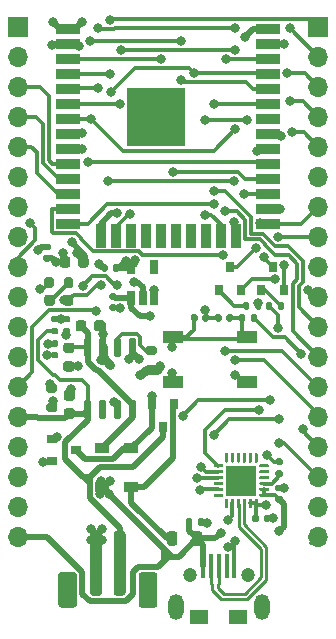
<source format=gbr>
%TF.GenerationSoftware,KiCad,Pcbnew,(5.1.8-0-10_14)*%
%TF.CreationDate,2020-12-13T22:38:35+09:00*%
%TF.ProjectId,mini-esp32,6d696e69-2d65-4737-9033-322e6b696361,rev?*%
%TF.SameCoordinates,Original*%
%TF.FileFunction,Copper,L1,Top*%
%TF.FilePolarity,Positive*%
%FSLAX46Y46*%
G04 Gerber Fmt 4.6, Leading zero omitted, Abs format (unit mm)*
G04 Created by KiCad (PCBNEW (5.1.8-0-10_14)) date 2020-12-13 22:38:35*
%MOMM*%
%LPD*%
G01*
G04 APERTURE LIST*
%TA.AperFunction,SMDPad,CuDef*%
%ADD10R,2.600000X2.600000*%
%TD*%
%TA.AperFunction,SMDPad,CuDef*%
%ADD11R,0.900000X0.800000*%
%TD*%
%TA.AperFunction,SMDPad,CuDef*%
%ADD12R,5.000000X5.000000*%
%TD*%
%TA.AperFunction,SMDPad,CuDef*%
%ADD13R,2.000000X0.900000*%
%TD*%
%TA.AperFunction,SMDPad,CuDef*%
%ADD14R,0.900000X2.000000*%
%TD*%
%TA.AperFunction,SMDPad,CuDef*%
%ADD15R,0.400000X2.000000*%
%TD*%
%TA.AperFunction,SMDPad,CuDef*%
%ADD16R,1.600000X1.200000*%
%TD*%
%TA.AperFunction,ComponentPad*%
%ADD17O,1.300000X2.200000*%
%TD*%
%TA.AperFunction,ComponentPad*%
%ADD18C,1.200000*%
%TD*%
%TA.AperFunction,SMDPad,CuDef*%
%ADD19R,1.200000X0.900000*%
%TD*%
%TA.AperFunction,SMDPad,CuDef*%
%ADD20R,0.800000X0.900000*%
%TD*%
%TA.AperFunction,SMDPad,CuDef*%
%ADD21R,1.700000X1.000000*%
%TD*%
%TA.AperFunction,SMDPad,CuDef*%
%ADD22R,0.650000X1.220000*%
%TD*%
%TA.AperFunction,ComponentPad*%
%ADD23O,1.700000X1.700000*%
%TD*%
%TA.AperFunction,ComponentPad*%
%ADD24R,1.700000X1.700000*%
%TD*%
%TA.AperFunction,ViaPad*%
%ADD25C,1.600000*%
%TD*%
%TA.AperFunction,ViaPad*%
%ADD26C,0.800000*%
%TD*%
%TA.AperFunction,Conductor*%
%ADD27C,0.300000*%
%TD*%
%TA.AperFunction,Conductor*%
%ADD28C,0.500000*%
%TD*%
%TA.AperFunction,Conductor*%
%ADD29C,0.750000*%
%TD*%
%TA.AperFunction,Conductor*%
%ADD30C,0.261112*%
%TD*%
G04 APERTURE END LIST*
D10*
%TO.P,U4,25*%
%TO.N,Net-(U4-Pad25)*%
X139900000Y-107500000D03*
%TO.P,U4,24*%
%TO.N,Net-(U4-Pad24)*%
%TA.AperFunction,SMDPad,CuDef*%
G36*
G01*
X138312500Y-108875000D02*
X137612500Y-108875000D01*
G75*
G02*
X137550000Y-108812500I0J62500D01*
G01*
X137550000Y-108687500D01*
G75*
G02*
X137612500Y-108625000I62500J0D01*
G01*
X138312500Y-108625000D01*
G75*
G02*
X138375000Y-108687500I0J-62500D01*
G01*
X138375000Y-108812500D01*
G75*
G02*
X138312500Y-108875000I-62500J0D01*
G01*
G37*
%TD.AperFunction*%
%TO.P,U4,23*%
%TO.N,DTR*%
%TA.AperFunction,SMDPad,CuDef*%
G36*
G01*
X138312500Y-108375000D02*
X137612500Y-108375000D01*
G75*
G02*
X137550000Y-108312500I0J62500D01*
G01*
X137550000Y-108187500D01*
G75*
G02*
X137612500Y-108125000I62500J0D01*
G01*
X138312500Y-108125000D01*
G75*
G02*
X138375000Y-108187500I0J-62500D01*
G01*
X138375000Y-108312500D01*
G75*
G02*
X138312500Y-108375000I-62500J0D01*
G01*
G37*
%TD.AperFunction*%
%TO.P,U4,22*%
%TO.N,Net-(U4-Pad22)*%
%TA.AperFunction,SMDPad,CuDef*%
G36*
G01*
X138312500Y-107875000D02*
X137612500Y-107875000D01*
G75*
G02*
X137550000Y-107812500I0J62500D01*
G01*
X137550000Y-107687500D01*
G75*
G02*
X137612500Y-107625000I62500J0D01*
G01*
X138312500Y-107625000D01*
G75*
G02*
X138375000Y-107687500I0J-62500D01*
G01*
X138375000Y-107812500D01*
G75*
G02*
X138312500Y-107875000I-62500J0D01*
G01*
G37*
%TD.AperFunction*%
%TO.P,U4,21*%
%TO.N,RXD0*%
%TA.AperFunction,SMDPad,CuDef*%
G36*
G01*
X138312500Y-107375000D02*
X137612500Y-107375000D01*
G75*
G02*
X137550000Y-107312500I0J62500D01*
G01*
X137550000Y-107187500D01*
G75*
G02*
X137612500Y-107125000I62500J0D01*
G01*
X138312500Y-107125000D01*
G75*
G02*
X138375000Y-107187500I0J-62500D01*
G01*
X138375000Y-107312500D01*
G75*
G02*
X138312500Y-107375000I-62500J0D01*
G01*
G37*
%TD.AperFunction*%
%TO.P,U4,20*%
%TO.N,TXD0*%
%TA.AperFunction,SMDPad,CuDef*%
G36*
G01*
X138312500Y-106875000D02*
X137612500Y-106875000D01*
G75*
G02*
X137550000Y-106812500I0J62500D01*
G01*
X137550000Y-106687500D01*
G75*
G02*
X137612500Y-106625000I62500J0D01*
G01*
X138312500Y-106625000D01*
G75*
G02*
X138375000Y-106687500I0J-62500D01*
G01*
X138375000Y-106812500D01*
G75*
G02*
X138312500Y-106875000I-62500J0D01*
G01*
G37*
%TD.AperFunction*%
%TO.P,U4,19*%
%TO.N,RTS*%
%TA.AperFunction,SMDPad,CuDef*%
G36*
G01*
X138312500Y-106375000D02*
X137612500Y-106375000D01*
G75*
G02*
X137550000Y-106312500I0J62500D01*
G01*
X137550000Y-106187500D01*
G75*
G02*
X137612500Y-106125000I62500J0D01*
G01*
X138312500Y-106125000D01*
G75*
G02*
X138375000Y-106187500I0J-62500D01*
G01*
X138375000Y-106312500D01*
G75*
G02*
X138312500Y-106375000I-62500J0D01*
G01*
G37*
%TD.AperFunction*%
%TO.P,U4,18*%
%TO.N,Net-(U4-Pad18)*%
%TA.AperFunction,SMDPad,CuDef*%
G36*
G01*
X138712500Y-105975000D02*
X138587500Y-105975000D01*
G75*
G02*
X138525000Y-105912500I0J62500D01*
G01*
X138525000Y-105212500D01*
G75*
G02*
X138587500Y-105150000I62500J0D01*
G01*
X138712500Y-105150000D01*
G75*
G02*
X138775000Y-105212500I0J-62500D01*
G01*
X138775000Y-105912500D01*
G75*
G02*
X138712500Y-105975000I-62500J0D01*
G01*
G37*
%TD.AperFunction*%
%TO.P,U4,17*%
%TO.N,Net-(U4-Pad17)*%
%TA.AperFunction,SMDPad,CuDef*%
G36*
G01*
X139212500Y-105975000D02*
X139087500Y-105975000D01*
G75*
G02*
X139025000Y-105912500I0J62500D01*
G01*
X139025000Y-105212500D01*
G75*
G02*
X139087500Y-105150000I62500J0D01*
G01*
X139212500Y-105150000D01*
G75*
G02*
X139275000Y-105212500I0J-62500D01*
G01*
X139275000Y-105912500D01*
G75*
G02*
X139212500Y-105975000I-62500J0D01*
G01*
G37*
%TD.AperFunction*%
%TO.P,U4,16*%
%TO.N,Net-(U4-Pad16)*%
%TA.AperFunction,SMDPad,CuDef*%
G36*
G01*
X139712500Y-105975000D02*
X139587500Y-105975000D01*
G75*
G02*
X139525000Y-105912500I0J62500D01*
G01*
X139525000Y-105212500D01*
G75*
G02*
X139587500Y-105150000I62500J0D01*
G01*
X139712500Y-105150000D01*
G75*
G02*
X139775000Y-105212500I0J-62500D01*
G01*
X139775000Y-105912500D01*
G75*
G02*
X139712500Y-105975000I-62500J0D01*
G01*
G37*
%TD.AperFunction*%
%TO.P,U4,15*%
%TO.N,Net-(U4-Pad15)*%
%TA.AperFunction,SMDPad,CuDef*%
G36*
G01*
X140212500Y-105975000D02*
X140087500Y-105975000D01*
G75*
G02*
X140025000Y-105912500I0J62500D01*
G01*
X140025000Y-105212500D01*
G75*
G02*
X140087500Y-105150000I62500J0D01*
G01*
X140212500Y-105150000D01*
G75*
G02*
X140275000Y-105212500I0J-62500D01*
G01*
X140275000Y-105912500D01*
G75*
G02*
X140212500Y-105975000I-62500J0D01*
G01*
G37*
%TD.AperFunction*%
%TO.P,U4,14*%
%TO.N,Net-(U4-Pad14)*%
%TA.AperFunction,SMDPad,CuDef*%
G36*
G01*
X140712500Y-105975000D02*
X140587500Y-105975000D01*
G75*
G02*
X140525000Y-105912500I0J62500D01*
G01*
X140525000Y-105212500D01*
G75*
G02*
X140587500Y-105150000I62500J0D01*
G01*
X140712500Y-105150000D01*
G75*
G02*
X140775000Y-105212500I0J-62500D01*
G01*
X140775000Y-105912500D01*
G75*
G02*
X140712500Y-105975000I-62500J0D01*
G01*
G37*
%TD.AperFunction*%
%TO.P,U4,13*%
%TO.N,Net-(U4-Pad13)*%
%TA.AperFunction,SMDPad,CuDef*%
G36*
G01*
X141212500Y-105975000D02*
X141087500Y-105975000D01*
G75*
G02*
X141025000Y-105912500I0J62500D01*
G01*
X141025000Y-105212500D01*
G75*
G02*
X141087500Y-105150000I62500J0D01*
G01*
X141212500Y-105150000D01*
G75*
G02*
X141275000Y-105212500I0J-62500D01*
G01*
X141275000Y-105912500D01*
G75*
G02*
X141212500Y-105975000I-62500J0D01*
G01*
G37*
%TD.AperFunction*%
%TO.P,U4,12*%
%TO.N,Net-(U4-Pad12)*%
%TA.AperFunction,SMDPad,CuDef*%
G36*
G01*
X142187500Y-106375000D02*
X141487500Y-106375000D01*
G75*
G02*
X141425000Y-106312500I0J62500D01*
G01*
X141425000Y-106187500D01*
G75*
G02*
X141487500Y-106125000I62500J0D01*
G01*
X142187500Y-106125000D01*
G75*
G02*
X142250000Y-106187500I0J-62500D01*
G01*
X142250000Y-106312500D01*
G75*
G02*
X142187500Y-106375000I-62500J0D01*
G01*
G37*
%TD.AperFunction*%
%TO.P,U4,11*%
%TO.N,Net-(U4-Pad11)*%
%TA.AperFunction,SMDPad,CuDef*%
G36*
G01*
X142187500Y-106875000D02*
X141487500Y-106875000D01*
G75*
G02*
X141425000Y-106812500I0J62500D01*
G01*
X141425000Y-106687500D01*
G75*
G02*
X141487500Y-106625000I62500J0D01*
G01*
X142187500Y-106625000D01*
G75*
G02*
X142250000Y-106687500I0J-62500D01*
G01*
X142250000Y-106812500D01*
G75*
G02*
X142187500Y-106875000I-62500J0D01*
G01*
G37*
%TD.AperFunction*%
%TO.P,U4,10*%
%TO.N,Net-(U4-Pad10)*%
%TA.AperFunction,SMDPad,CuDef*%
G36*
G01*
X142187500Y-107375000D02*
X141487500Y-107375000D01*
G75*
G02*
X141425000Y-107312500I0J62500D01*
G01*
X141425000Y-107187500D01*
G75*
G02*
X141487500Y-107125000I62500J0D01*
G01*
X142187500Y-107125000D01*
G75*
G02*
X142250000Y-107187500I0J-62500D01*
G01*
X142250000Y-107312500D01*
G75*
G02*
X142187500Y-107375000I-62500J0D01*
G01*
G37*
%TD.AperFunction*%
%TO.P,U4,9*%
%TO.N,Net-(R2-Pad2)*%
%TA.AperFunction,SMDPad,CuDef*%
G36*
G01*
X142187500Y-107875000D02*
X141487500Y-107875000D01*
G75*
G02*
X141425000Y-107812500I0J62500D01*
G01*
X141425000Y-107687500D01*
G75*
G02*
X141487500Y-107625000I62500J0D01*
G01*
X142187500Y-107625000D01*
G75*
G02*
X142250000Y-107687500I0J-62500D01*
G01*
X142250000Y-107812500D01*
G75*
G02*
X142187500Y-107875000I-62500J0D01*
G01*
G37*
%TD.AperFunction*%
%TO.P,U4,8*%
%TO.N,VBUS*%
%TA.AperFunction,SMDPad,CuDef*%
G36*
G01*
X142187500Y-108375000D02*
X141487500Y-108375000D01*
G75*
G02*
X141425000Y-108312500I0J62500D01*
G01*
X141425000Y-108187500D01*
G75*
G02*
X141487500Y-108125000I62500J0D01*
G01*
X142187500Y-108125000D01*
G75*
G02*
X142250000Y-108187500I0J-62500D01*
G01*
X142250000Y-108312500D01*
G75*
G02*
X142187500Y-108375000I-62500J0D01*
G01*
G37*
%TD.AperFunction*%
%TO.P,U4,7*%
%TA.AperFunction,SMDPad,CuDef*%
G36*
G01*
X142187500Y-108875000D02*
X141487500Y-108875000D01*
G75*
G02*
X141425000Y-108812500I0J62500D01*
G01*
X141425000Y-108687500D01*
G75*
G02*
X141487500Y-108625000I62500J0D01*
G01*
X142187500Y-108625000D01*
G75*
G02*
X142250000Y-108687500I0J-62500D01*
G01*
X142250000Y-108812500D01*
G75*
G02*
X142187500Y-108875000I-62500J0D01*
G01*
G37*
%TD.AperFunction*%
%TO.P,U4,6*%
%TO.N,Net-(C10-Pad1)*%
%TA.AperFunction,SMDPad,CuDef*%
G36*
G01*
X141212500Y-109850000D02*
X141087500Y-109850000D01*
G75*
G02*
X141025000Y-109787500I0J62500D01*
G01*
X141025000Y-109087500D01*
G75*
G02*
X141087500Y-109025000I62500J0D01*
G01*
X141212500Y-109025000D01*
G75*
G02*
X141275000Y-109087500I0J-62500D01*
G01*
X141275000Y-109787500D01*
G75*
G02*
X141212500Y-109850000I-62500J0D01*
G01*
G37*
%TD.AperFunction*%
%TO.P,U4,5*%
%TA.AperFunction,SMDPad,CuDef*%
G36*
G01*
X140712500Y-109850000D02*
X140587500Y-109850000D01*
G75*
G02*
X140525000Y-109787500I0J62500D01*
G01*
X140525000Y-109087500D01*
G75*
G02*
X140587500Y-109025000I62500J0D01*
G01*
X140712500Y-109025000D01*
G75*
G02*
X140775000Y-109087500I0J-62500D01*
G01*
X140775000Y-109787500D01*
G75*
G02*
X140712500Y-109850000I-62500J0D01*
G01*
G37*
%TD.AperFunction*%
%TO.P,U4,4*%
%TO.N,UD-*%
%TA.AperFunction,SMDPad,CuDef*%
G36*
G01*
X140212500Y-109850000D02*
X140087500Y-109850000D01*
G75*
G02*
X140025000Y-109787500I0J62500D01*
G01*
X140025000Y-109087500D01*
G75*
G02*
X140087500Y-109025000I62500J0D01*
G01*
X140212500Y-109025000D01*
G75*
G02*
X140275000Y-109087500I0J-62500D01*
G01*
X140275000Y-109787500D01*
G75*
G02*
X140212500Y-109850000I-62500J0D01*
G01*
G37*
%TD.AperFunction*%
%TO.P,U4,3*%
%TO.N,UD+*%
%TA.AperFunction,SMDPad,CuDef*%
G36*
G01*
X139712500Y-109850000D02*
X139587500Y-109850000D01*
G75*
G02*
X139525000Y-109787500I0J62500D01*
G01*
X139525000Y-109087500D01*
G75*
G02*
X139587500Y-109025000I62500J0D01*
G01*
X139712500Y-109025000D01*
G75*
G02*
X139775000Y-109087500I0J-62500D01*
G01*
X139775000Y-109787500D01*
G75*
G02*
X139712500Y-109850000I-62500J0D01*
G01*
G37*
%TD.AperFunction*%
%TO.P,U4,2*%
%TO.N,GND*%
%TA.AperFunction,SMDPad,CuDef*%
G36*
G01*
X139212500Y-109850000D02*
X139087500Y-109850000D01*
G75*
G02*
X139025000Y-109787500I0J62500D01*
G01*
X139025000Y-109087500D01*
G75*
G02*
X139087500Y-109025000I62500J0D01*
G01*
X139212500Y-109025000D01*
G75*
G02*
X139275000Y-109087500I0J-62500D01*
G01*
X139275000Y-109787500D01*
G75*
G02*
X139212500Y-109850000I-62500J0D01*
G01*
G37*
%TD.AperFunction*%
%TO.P,U4,1*%
%TO.N,Net-(U4-Pad1)*%
%TA.AperFunction,SMDPad,CuDef*%
G36*
G01*
X138712500Y-109850000D02*
X138587500Y-109850000D01*
G75*
G02*
X138525000Y-109787500I0J62500D01*
G01*
X138525000Y-109087500D01*
G75*
G02*
X138587500Y-109025000I62500J0D01*
G01*
X138712500Y-109025000D01*
G75*
G02*
X138775000Y-109087500I0J-62500D01*
G01*
X138775000Y-109787500D01*
G75*
G02*
X138712500Y-109850000I-62500J0D01*
G01*
G37*
%TD.AperFunction*%
%TD*%
%TO.P,R2,2*%
%TO.N,Net-(R2-Pad2)*%
%TA.AperFunction,SMDPad,CuDef*%
G36*
G01*
X142915000Y-106640000D02*
X143285000Y-106640000D01*
G75*
G02*
X143420000Y-106775000I0J-135000D01*
G01*
X143420000Y-107045000D01*
G75*
G02*
X143285000Y-107180000I-135000J0D01*
G01*
X142915000Y-107180000D01*
G75*
G02*
X142780000Y-107045000I0J135000D01*
G01*
X142780000Y-106775000D01*
G75*
G02*
X142915000Y-106640000I135000J0D01*
G01*
G37*
%TD.AperFunction*%
%TO.P,R2,1*%
%TO.N,Net-(C10-Pad1)*%
%TA.AperFunction,SMDPad,CuDef*%
G36*
G01*
X142915000Y-105620000D02*
X143285000Y-105620000D01*
G75*
G02*
X143420000Y-105755000I0J-135000D01*
G01*
X143420000Y-106025000D01*
G75*
G02*
X143285000Y-106160000I-135000J0D01*
G01*
X142915000Y-106160000D01*
G75*
G02*
X142780000Y-106025000I0J135000D01*
G01*
X142780000Y-105755000D01*
G75*
G02*
X142915000Y-105620000I135000J0D01*
G01*
G37*
%TD.AperFunction*%
%TD*%
%TO.P,C10,2*%
%TO.N,GND*%
%TA.AperFunction,SMDPad,CuDef*%
G36*
G01*
X141800000Y-110870000D02*
X141800000Y-110530000D01*
G75*
G02*
X141940000Y-110390000I140000J0D01*
G01*
X142220000Y-110390000D01*
G75*
G02*
X142360000Y-110530000I0J-140000D01*
G01*
X142360000Y-110870000D01*
G75*
G02*
X142220000Y-111010000I-140000J0D01*
G01*
X141940000Y-111010000D01*
G75*
G02*
X141800000Y-110870000I0J140000D01*
G01*
G37*
%TD.AperFunction*%
%TO.P,C10,1*%
%TO.N,Net-(C10-Pad1)*%
%TA.AperFunction,SMDPad,CuDef*%
G36*
G01*
X140840000Y-110870000D02*
X140840000Y-110530000D01*
G75*
G02*
X140980000Y-110390000I140000J0D01*
G01*
X141260000Y-110390000D01*
G75*
G02*
X141400000Y-110530000I0J-140000D01*
G01*
X141400000Y-110870000D01*
G75*
G02*
X141260000Y-111010000I-140000J0D01*
G01*
X140980000Y-111010000D01*
G75*
G02*
X140840000Y-110870000I0J140000D01*
G01*
G37*
%TD.AperFunction*%
%TD*%
%TO.P,C9,2*%
%TO.N,GND*%
%TA.AperFunction,SMDPad,CuDef*%
G36*
G01*
X143270000Y-108400000D02*
X142930000Y-108400000D01*
G75*
G02*
X142790000Y-108260000I0J140000D01*
G01*
X142790000Y-107980000D01*
G75*
G02*
X142930000Y-107840000I140000J0D01*
G01*
X143270000Y-107840000D01*
G75*
G02*
X143410000Y-107980000I0J-140000D01*
G01*
X143410000Y-108260000D01*
G75*
G02*
X143270000Y-108400000I-140000J0D01*
G01*
G37*
%TD.AperFunction*%
%TO.P,C9,1*%
%TO.N,VBUS*%
%TA.AperFunction,SMDPad,CuDef*%
G36*
G01*
X143270000Y-109360000D02*
X142930000Y-109360000D01*
G75*
G02*
X142790000Y-109220000I0J140000D01*
G01*
X142790000Y-108940000D01*
G75*
G02*
X142930000Y-108800000I140000J0D01*
G01*
X143270000Y-108800000D01*
G75*
G02*
X143410000Y-108940000I0J-140000D01*
G01*
X143410000Y-109220000D01*
G75*
G02*
X143270000Y-109360000I-140000J0D01*
G01*
G37*
%TD.AperFunction*%
%TD*%
D11*
%TO.P,U5,1*%
%TO.N,GND*%
X123900000Y-103950000D03*
%TO.P,U5,2*%
%TO.N,EN*%
X123900000Y-105850000D03*
%TO.P,U5,3*%
%TO.N,VCC*%
X125900000Y-104900000D03*
%TD*%
%TO.P,C3,2*%
%TO.N,GND*%
%TA.AperFunction,SMDPad,CuDef*%
G36*
G01*
X128600000Y-89330000D02*
X128600000Y-89670000D01*
G75*
G02*
X128460000Y-89810000I-140000J0D01*
G01*
X128180000Y-89810000D01*
G75*
G02*
X128040000Y-89670000I0J140000D01*
G01*
X128040000Y-89330000D01*
G75*
G02*
X128180000Y-89190000I140000J0D01*
G01*
X128460000Y-89190000D01*
G75*
G02*
X128600000Y-89330000I0J-140000D01*
G01*
G37*
%TD.AperFunction*%
%TO.P,C3,1*%
%TO.N,VDD*%
%TA.AperFunction,SMDPad,CuDef*%
G36*
G01*
X129560000Y-89330000D02*
X129560000Y-89670000D01*
G75*
G02*
X129420000Y-89810000I-140000J0D01*
G01*
X129140000Y-89810000D01*
G75*
G02*
X129000000Y-89670000I0J140000D01*
G01*
X129000000Y-89330000D01*
G75*
G02*
X129140000Y-89190000I140000J0D01*
G01*
X129420000Y-89190000D01*
G75*
G02*
X129560000Y-89330000I0J-140000D01*
G01*
G37*
%TD.AperFunction*%
%TD*%
D12*
%TO.P,U1,39*%
%TO.N,GND*%
X132700000Y-76745000D03*
D13*
%TO.P,U1,1*%
X125200000Y-69245000D03*
%TO.P,U1,2*%
%TO.N,VDD*%
X125200000Y-70515000D03*
%TO.P,U1,3*%
%TO.N,RESET*%
X125200000Y-71785000D03*
%TO.P,U1,4*%
%TO.N,I36*%
X125200000Y-73055000D03*
%TO.P,U1,5*%
%TO.N,I39*%
X125200000Y-74325000D03*
%TO.P,U1,6*%
%TO.N,I34*%
X125200000Y-75595000D03*
%TO.P,U1,7*%
%TO.N,I35*%
X125200000Y-76865000D03*
%TO.P,U1,8*%
%TO.N,IO32*%
X125200000Y-78135000D03*
%TO.P,U1,9*%
%TO.N,IO33*%
X125200000Y-79405000D03*
%TO.P,U1,10*%
%TO.N,IO25_DAC1*%
X125200000Y-80675000D03*
%TO.P,U1,11*%
%TO.N,IO26_DAC2*%
X125200000Y-81945000D03*
%TO.P,U1,12*%
%TO.N,IO27*%
X125200000Y-83215000D03*
%TO.P,U1,13*%
%TO.N,IO14*%
X125200000Y-84485000D03*
%TO.P,U1,14*%
%TO.N,IO12*%
X125200000Y-85755000D03*
D14*
%TO.P,U1,15*%
%TO.N,GND*%
X127985000Y-86755000D03*
%TO.P,U1,16*%
%TO.N,IO13*%
X129255000Y-86755000D03*
%TO.P,U1,17*%
%TO.N,Net-(U1-Pad17)*%
X130525000Y-86755000D03*
%TO.P,U1,18*%
%TO.N,Net-(U1-Pad18)*%
X131795000Y-86755000D03*
%TO.P,U1,19*%
%TO.N,Net-(U1-Pad19)*%
X133065000Y-86755000D03*
%TO.P,U1,20*%
%TO.N,Net-(U1-Pad20)*%
X134335000Y-86755000D03*
%TO.P,U1,21*%
%TO.N,Net-(U1-Pad21)*%
X135605000Y-86755000D03*
%TO.P,U1,22*%
%TO.N,Net-(U1-Pad22)*%
X136875000Y-86755000D03*
%TO.P,U1,23*%
%TO.N,IO15*%
X138145000Y-86755000D03*
%TO.P,U1,24*%
%TO.N,IO2*%
X139415000Y-86755000D03*
D13*
%TO.P,U1,25*%
%TO.N,GPIO0*%
X142200000Y-85755000D03*
%TO.P,U1,26*%
%TO.N,IO4*%
X142200000Y-84485000D03*
%TO.P,U1,27*%
%TO.N,IO16*%
X142200000Y-83215000D03*
%TO.P,U1,28*%
%TO.N,IO17*%
X142200000Y-81945000D03*
%TO.P,U1,29*%
%TO.N,IO5*%
X142200000Y-80675000D03*
%TO.P,U1,30*%
%TO.N,IO18*%
X142200000Y-79405000D03*
%TO.P,U1,31*%
%TO.N,IO19*%
X142200000Y-78135000D03*
%TO.P,U1,32*%
%TO.N,Net-(U1-Pad32)*%
X142200000Y-76865000D03*
%TO.P,U1,33*%
%TO.N,IO21*%
X142200000Y-75595000D03*
%TO.P,U1,34*%
%TO.N,RXD0*%
X142200000Y-74325000D03*
%TO.P,U1,35*%
%TO.N,TXD0*%
X142200000Y-73055000D03*
%TO.P,U1,36*%
%TO.N,IO22*%
X142200000Y-71785000D03*
%TO.P,U1,37*%
%TO.N,IO23*%
X142200000Y-70515000D03*
%TO.P,U1,38*%
%TO.N,GND*%
X142200000Y-69245000D03*
%TD*%
D15*
%TO.P,J2,5*%
%TO.N,GND*%
X139299000Y-114713000D03*
%TO.P,J2,4*%
%TO.N,Net-(J2-Pad4)*%
X138649000Y-114713000D03*
%TO.P,J2,3*%
%TO.N,UD+*%
X137999000Y-114713000D03*
%TO.P,J2,2*%
%TO.N,UD-*%
X137349000Y-114713000D03*
%TO.P,J2,1*%
%TO.N,VBUS*%
X136699000Y-114713000D03*
D16*
%TO.P,J2,0*%
%TO.N,N/C*%
X139605000Y-119025000D03*
X136326000Y-119009000D03*
D17*
X141628000Y-118198000D03*
X134389000Y-118198000D03*
D18*
X135584000Y-115498000D03*
X140434000Y-115498000D03*
%TD*%
%TO.P,C1,2*%
%TO.N,GND*%
%TA.AperFunction,SMDPad,CuDef*%
G36*
G01*
X127425000Y-94650000D02*
X127425000Y-94150000D01*
G75*
G02*
X127650000Y-93925000I225000J0D01*
G01*
X128100000Y-93925000D01*
G75*
G02*
X128325000Y-94150000I0J-225000D01*
G01*
X128325000Y-94650000D01*
G75*
G02*
X128100000Y-94875000I-225000J0D01*
G01*
X127650000Y-94875000D01*
G75*
G02*
X127425000Y-94650000I0J225000D01*
G01*
G37*
%TD.AperFunction*%
%TO.P,C1,1*%
%TO.N,Net-(C1-Pad1)*%
%TA.AperFunction,SMDPad,CuDef*%
G36*
G01*
X125875000Y-94650000D02*
X125875000Y-94150000D01*
G75*
G02*
X126100000Y-93925000I225000J0D01*
G01*
X126550000Y-93925000D01*
G75*
G02*
X126775000Y-94150000I0J-225000D01*
G01*
X126775000Y-94650000D01*
G75*
G02*
X126550000Y-94875000I-225000J0D01*
G01*
X126100000Y-94875000D01*
G75*
G02*
X125875000Y-94650000I0J225000D01*
G01*
G37*
%TD.AperFunction*%
%TD*%
%TO.P,C2,1*%
%TO.N,VCC*%
%TA.AperFunction,SMDPad,CuDef*%
G36*
G01*
X128870000Y-91620000D02*
X129210000Y-91620000D01*
G75*
G02*
X129350000Y-91760000I0J-140000D01*
G01*
X129350000Y-92040000D01*
G75*
G02*
X129210000Y-92180000I-140000J0D01*
G01*
X128870000Y-92180000D01*
G75*
G02*
X128730000Y-92040000I0J140000D01*
G01*
X128730000Y-91760000D01*
G75*
G02*
X128870000Y-91620000I140000J0D01*
G01*
G37*
%TD.AperFunction*%
%TO.P,C2,2*%
%TO.N,GND*%
%TA.AperFunction,SMDPad,CuDef*%
G36*
G01*
X128870000Y-92580000D02*
X129210000Y-92580000D01*
G75*
G02*
X129350000Y-92720000I0J-140000D01*
G01*
X129350000Y-93000000D01*
G75*
G02*
X129210000Y-93140000I-140000J0D01*
G01*
X128870000Y-93140000D01*
G75*
G02*
X128730000Y-93000000I0J140000D01*
G01*
X128730000Y-92720000D01*
G75*
G02*
X128870000Y-92580000I140000J0D01*
G01*
G37*
%TD.AperFunction*%
%TD*%
%TO.P,C5,1*%
%TO.N,+BATT*%
%TA.AperFunction,SMDPad,CuDef*%
G36*
G01*
X125600000Y-102275000D02*
X125100000Y-102275000D01*
G75*
G02*
X124875000Y-102050000I0J225000D01*
G01*
X124875000Y-101600000D01*
G75*
G02*
X125100000Y-101375000I225000J0D01*
G01*
X125600000Y-101375000D01*
G75*
G02*
X125825000Y-101600000I0J-225000D01*
G01*
X125825000Y-102050000D01*
G75*
G02*
X125600000Y-102275000I-225000J0D01*
G01*
G37*
%TD.AperFunction*%
%TO.P,C5,2*%
%TO.N,GND*%
%TA.AperFunction,SMDPad,CuDef*%
G36*
G01*
X125600000Y-100725000D02*
X125100000Y-100725000D01*
G75*
G02*
X124875000Y-100500000I0J225000D01*
G01*
X124875000Y-100050000D01*
G75*
G02*
X125100000Y-99825000I225000J0D01*
G01*
X125600000Y-99825000D01*
G75*
G02*
X125825000Y-100050000I0J-225000D01*
G01*
X125825000Y-100500000D01*
G75*
G02*
X125600000Y-100725000I-225000J0D01*
G01*
G37*
%TD.AperFunction*%
%TD*%
%TO.P,C6,1*%
%TO.N,VDD*%
%TA.AperFunction,SMDPad,CuDef*%
G36*
G01*
X123280000Y-87440000D02*
X123620000Y-87440000D01*
G75*
G02*
X123760000Y-87580000I0J-140000D01*
G01*
X123760000Y-87860000D01*
G75*
G02*
X123620000Y-88000000I-140000J0D01*
G01*
X123280000Y-88000000D01*
G75*
G02*
X123140000Y-87860000I0J140000D01*
G01*
X123140000Y-87580000D01*
G75*
G02*
X123280000Y-87440000I140000J0D01*
G01*
G37*
%TD.AperFunction*%
%TO.P,C6,2*%
%TO.N,GND*%
%TA.AperFunction,SMDPad,CuDef*%
G36*
G01*
X123280000Y-88400000D02*
X123620000Y-88400000D01*
G75*
G02*
X123760000Y-88540000I0J-140000D01*
G01*
X123760000Y-88820000D01*
G75*
G02*
X123620000Y-88960000I-140000J0D01*
G01*
X123280000Y-88960000D01*
G75*
G02*
X123140000Y-88820000I0J140000D01*
G01*
X123140000Y-88540000D01*
G75*
G02*
X123280000Y-88400000I140000J0D01*
G01*
G37*
%TD.AperFunction*%
%TD*%
%TO.P,C7,2*%
%TO.N,GND*%
%TA.AperFunction,SMDPad,CuDef*%
G36*
G01*
X138230000Y-93556000D02*
X138230000Y-93896000D01*
G75*
G02*
X138090000Y-94036000I-140000J0D01*
G01*
X137810000Y-94036000D01*
G75*
G02*
X137670000Y-93896000I0J140000D01*
G01*
X137670000Y-93556000D01*
G75*
G02*
X137810000Y-93416000I140000J0D01*
G01*
X138090000Y-93416000D01*
G75*
G02*
X138230000Y-93556000I0J-140000D01*
G01*
G37*
%TD.AperFunction*%
%TO.P,C7,1*%
%TO.N,RESET*%
%TA.AperFunction,SMDPad,CuDef*%
G36*
G01*
X139190000Y-93556000D02*
X139190000Y-93896000D01*
G75*
G02*
X139050000Y-94036000I-140000J0D01*
G01*
X138770000Y-94036000D01*
G75*
G02*
X138630000Y-93896000I0J140000D01*
G01*
X138630000Y-93556000D01*
G75*
G02*
X138770000Y-93416000I140000J0D01*
G01*
X139050000Y-93416000D01*
G75*
G02*
X139190000Y-93556000I0J-140000D01*
G01*
G37*
%TD.AperFunction*%
%TD*%
%TO.P,C8,1*%
%TO.N,GND*%
%TA.AperFunction,SMDPad,CuDef*%
G36*
G01*
X137158000Y-93556000D02*
X137158000Y-93896000D01*
G75*
G02*
X137018000Y-94036000I-140000J0D01*
G01*
X136738000Y-94036000D01*
G75*
G02*
X136598000Y-93896000I0J140000D01*
G01*
X136598000Y-93556000D01*
G75*
G02*
X136738000Y-93416000I140000J0D01*
G01*
X137018000Y-93416000D01*
G75*
G02*
X137158000Y-93556000I0J-140000D01*
G01*
G37*
%TD.AperFunction*%
%TO.P,C8,2*%
%TO.N,RESET*%
%TA.AperFunction,SMDPad,CuDef*%
G36*
G01*
X136198000Y-93556000D02*
X136198000Y-93896000D01*
G75*
G02*
X136058000Y-94036000I-140000J0D01*
G01*
X135778000Y-94036000D01*
G75*
G02*
X135638000Y-93896000I0J140000D01*
G01*
X135638000Y-93556000D01*
G75*
G02*
X135778000Y-93416000I140000J0D01*
G01*
X136058000Y-93416000D01*
G75*
G02*
X136198000Y-93556000I0J-140000D01*
G01*
G37*
%TD.AperFunction*%
%TD*%
D19*
%TO.P,D1,1*%
%TO.N,VCC*%
X130600000Y-104750000D03*
%TO.P,D1,2*%
%TO.N,Net-(D1-Pad2)*%
X130600000Y-108050000D03*
%TD*%
%TO.P,D2,2*%
%TO.N,Net-(C1-Pad1)*%
%TA.AperFunction,SMDPad,CuDef*%
G36*
G01*
X125556250Y-96700000D02*
X125043750Y-96700000D01*
G75*
G02*
X124825000Y-96481250I0J218750D01*
G01*
X124825000Y-96043750D01*
G75*
G02*
X125043750Y-95825000I218750J0D01*
G01*
X125556250Y-95825000D01*
G75*
G02*
X125775000Y-96043750I0J-218750D01*
G01*
X125775000Y-96481250D01*
G75*
G02*
X125556250Y-96700000I-218750J0D01*
G01*
G37*
%TD.AperFunction*%
%TO.P,D2,1*%
%TO.N,Net-(D2-Pad1)*%
%TA.AperFunction,SMDPad,CuDef*%
G36*
G01*
X125556250Y-98275000D02*
X125043750Y-98275000D01*
G75*
G02*
X124825000Y-98056250I0J218750D01*
G01*
X124825000Y-97618750D01*
G75*
G02*
X125043750Y-97400000I218750J0D01*
G01*
X125556250Y-97400000D01*
G75*
G02*
X125775000Y-97618750I0J-218750D01*
G01*
X125775000Y-98056250D01*
G75*
G02*
X125556250Y-98275000I-218750J0D01*
G01*
G37*
%TD.AperFunction*%
%TD*%
%TO.P,D3,2*%
%TO.N,IO2*%
%TA.AperFunction,SMDPad,CuDef*%
G36*
G01*
X124810000Y-92481250D02*
X124810000Y-91968750D01*
G75*
G02*
X125028750Y-91750000I218750J0D01*
G01*
X125466250Y-91750000D01*
G75*
G02*
X125685000Y-91968750I0J-218750D01*
G01*
X125685000Y-92481250D01*
G75*
G02*
X125466250Y-92700000I-218750J0D01*
G01*
X125028750Y-92700000D01*
G75*
G02*
X124810000Y-92481250I0J218750D01*
G01*
G37*
%TD.AperFunction*%
%TO.P,D3,1*%
%TO.N,Net-(D3-Pad1)*%
%TA.AperFunction,SMDPad,CuDef*%
G36*
G01*
X123235000Y-92481250D02*
X123235000Y-91968750D01*
G75*
G02*
X123453750Y-91750000I218750J0D01*
G01*
X123891250Y-91750000D01*
G75*
G02*
X124110000Y-91968750I0J-218750D01*
G01*
X124110000Y-92481250D01*
G75*
G02*
X123891250Y-92700000I-218750J0D01*
G01*
X123453750Y-92700000D01*
G75*
G02*
X123235000Y-92481250I0J218750D01*
G01*
G37*
%TD.AperFunction*%
%TD*%
%TO.P,FB1,1*%
%TO.N,Net-(D1-Pad2)*%
%TA.AperFunction,SMDPad,CuDef*%
G36*
G01*
X133600000Y-112781250D02*
X133600000Y-112018750D01*
G75*
G02*
X133818750Y-111800000I218750J0D01*
G01*
X134256250Y-111800000D01*
G75*
G02*
X134475000Y-112018750I0J-218750D01*
G01*
X134475000Y-112781250D01*
G75*
G02*
X134256250Y-113000000I-218750J0D01*
G01*
X133818750Y-113000000D01*
G75*
G02*
X133600000Y-112781250I0J218750D01*
G01*
G37*
%TD.AperFunction*%
%TO.P,FB1,2*%
%TO.N,VBUS*%
%TA.AperFunction,SMDPad,CuDef*%
G36*
G01*
X135725000Y-112781250D02*
X135725000Y-112018750D01*
G75*
G02*
X135943750Y-111800000I218750J0D01*
G01*
X136381250Y-111800000D01*
G75*
G02*
X136600000Y-112018750I0J-218750D01*
G01*
X136600000Y-112781250D01*
G75*
G02*
X136381250Y-113000000I-218750J0D01*
G01*
X135943750Y-113000000D01*
G75*
G02*
X135725000Y-112781250I0J218750D01*
G01*
G37*
%TD.AperFunction*%
%TD*%
%TO.P,J1,MP*%
%TO.N,N/C*%
%TA.AperFunction,SMDPad,CuDef*%
G36*
G01*
X126000000Y-115500000D02*
X126000000Y-118000000D01*
G75*
G02*
X125750000Y-118250000I-250000J0D01*
G01*
X124650000Y-118250000D01*
G75*
G02*
X124400000Y-118000000I0J250000D01*
G01*
X124400000Y-115500000D01*
G75*
G02*
X124650000Y-115250000I250000J0D01*
G01*
X125750000Y-115250000D01*
G75*
G02*
X126000000Y-115500000I0J-250000D01*
G01*
G37*
%TD.AperFunction*%
%TA.AperFunction,SMDPad,CuDef*%
G36*
G01*
X132800000Y-115500000D02*
X132800000Y-118000000D01*
G75*
G02*
X132550000Y-118250000I-250000J0D01*
G01*
X131450000Y-118250000D01*
G75*
G02*
X131200000Y-118000000I0J250000D01*
G01*
X131200000Y-115500000D01*
G75*
G02*
X131450000Y-115250000I250000J0D01*
G01*
X132550000Y-115250000D01*
G75*
G02*
X132800000Y-115500000I0J-250000D01*
G01*
G37*
%TD.AperFunction*%
%TO.P,J1,2*%
%TO.N,GND*%
%TA.AperFunction,SMDPad,CuDef*%
G36*
G01*
X128100000Y-112000000D02*
X128100000Y-117000000D01*
G75*
G02*
X127850000Y-117250000I-250000J0D01*
G01*
X127350000Y-117250000D01*
G75*
G02*
X127100000Y-117000000I0J250000D01*
G01*
X127100000Y-112000000D01*
G75*
G02*
X127350000Y-111750000I250000J0D01*
G01*
X127850000Y-111750000D01*
G75*
G02*
X128100000Y-112000000I0J-250000D01*
G01*
G37*
%TD.AperFunction*%
%TO.P,J1,1*%
%TO.N,+BATT*%
%TA.AperFunction,SMDPad,CuDef*%
G36*
G01*
X130100000Y-112000000D02*
X130100000Y-117000000D01*
G75*
G02*
X129850000Y-117250000I-250000J0D01*
G01*
X129350000Y-117250000D01*
G75*
G02*
X129100000Y-117000000I0J250000D01*
G01*
X129100000Y-112000000D01*
G75*
G02*
X129350000Y-111750000I250000J0D01*
G01*
X129850000Y-111750000D01*
G75*
G02*
X130100000Y-112000000I0J-250000D01*
G01*
G37*
%TD.AperFunction*%
%TD*%
D20*
%TO.P,Q1,1*%
%TO.N,Net-(D1-Pad2)*%
X134200000Y-101000000D03*
%TO.P,Q1,2*%
%TO.N,VCC*%
X132300000Y-101000000D03*
%TO.P,Q1,3*%
%TO.N,+BATT*%
X133250000Y-103000000D03*
%TD*%
%TO.P,R1,2*%
%TO.N,GND*%
%TA.AperFunction,SMDPad,CuDef*%
G36*
G01*
X136240000Y-111185000D02*
X136240000Y-110815000D01*
G75*
G02*
X136375000Y-110680000I135000J0D01*
G01*
X136645000Y-110680000D01*
G75*
G02*
X136780000Y-110815000I0J-135000D01*
G01*
X136780000Y-111185000D01*
G75*
G02*
X136645000Y-111320000I-135000J0D01*
G01*
X136375000Y-111320000D01*
G75*
G02*
X136240000Y-111185000I0J135000D01*
G01*
G37*
%TD.AperFunction*%
%TO.P,R1,1*%
%TO.N,VBUS*%
%TA.AperFunction,SMDPad,CuDef*%
G36*
G01*
X135220000Y-111185000D02*
X135220000Y-110815000D01*
G75*
G02*
X135355000Y-110680000I135000J0D01*
G01*
X135625000Y-110680000D01*
G75*
G02*
X135760000Y-110815000I0J-135000D01*
G01*
X135760000Y-111185000D01*
G75*
G02*
X135625000Y-111320000I-135000J0D01*
G01*
X135355000Y-111320000D01*
G75*
G02*
X135220000Y-111185000I0J135000D01*
G01*
G37*
%TD.AperFunction*%
%TD*%
%TO.P,R4,1*%
%TO.N,Net-(R4-Pad1)*%
%TA.AperFunction,SMDPad,CuDef*%
G36*
G01*
X124125000Y-101725000D02*
X123575000Y-101725000D01*
G75*
G02*
X123375000Y-101525000I0J200000D01*
G01*
X123375000Y-101125000D01*
G75*
G02*
X123575000Y-100925000I200000J0D01*
G01*
X124125000Y-100925000D01*
G75*
G02*
X124325000Y-101125000I0J-200000D01*
G01*
X124325000Y-101525000D01*
G75*
G02*
X124125000Y-101725000I-200000J0D01*
G01*
G37*
%TD.AperFunction*%
%TO.P,R4,2*%
%TO.N,Net-(D2-Pad1)*%
%TA.AperFunction,SMDPad,CuDef*%
G36*
G01*
X124125000Y-100075000D02*
X123575000Y-100075000D01*
G75*
G02*
X123375000Y-99875000I0J200000D01*
G01*
X123375000Y-99475000D01*
G75*
G02*
X123575000Y-99275000I200000J0D01*
G01*
X124125000Y-99275000D01*
G75*
G02*
X124325000Y-99475000I0J-200000D01*
G01*
X124325000Y-99875000D01*
G75*
G02*
X124125000Y-100075000I-200000J0D01*
G01*
G37*
%TD.AperFunction*%
%TD*%
%TO.P,R5,2*%
%TO.N,I35*%
%TA.AperFunction,SMDPad,CuDef*%
G36*
G01*
X124285000Y-94110000D02*
X123915000Y-94110000D01*
G75*
G02*
X123780000Y-93975000I0J135000D01*
G01*
X123780000Y-93705000D01*
G75*
G02*
X123915000Y-93570000I135000J0D01*
G01*
X124285000Y-93570000D01*
G75*
G02*
X124420000Y-93705000I0J-135000D01*
G01*
X124420000Y-93975000D01*
G75*
G02*
X124285000Y-94110000I-135000J0D01*
G01*
G37*
%TD.AperFunction*%
%TO.P,R5,1*%
%TO.N,+BATT*%
%TA.AperFunction,SMDPad,CuDef*%
G36*
G01*
X124285000Y-95130000D02*
X123915000Y-95130000D01*
G75*
G02*
X123780000Y-94995000I0J135000D01*
G01*
X123780000Y-94725000D01*
G75*
G02*
X123915000Y-94590000I135000J0D01*
G01*
X124285000Y-94590000D01*
G75*
G02*
X124420000Y-94725000I0J-135000D01*
G01*
X124420000Y-94995000D01*
G75*
G02*
X124285000Y-95130000I-135000J0D01*
G01*
G37*
%TD.AperFunction*%
%TD*%
%TO.P,R6,2*%
%TO.N,GND*%
%TA.AperFunction,SMDPad,CuDef*%
G36*
G01*
X124915000Y-94590000D02*
X125285000Y-94590000D01*
G75*
G02*
X125420000Y-94725000I0J-135000D01*
G01*
X125420000Y-94995000D01*
G75*
G02*
X125285000Y-95130000I-135000J0D01*
G01*
X124915000Y-95130000D01*
G75*
G02*
X124780000Y-94995000I0J135000D01*
G01*
X124780000Y-94725000D01*
G75*
G02*
X124915000Y-94590000I135000J0D01*
G01*
G37*
%TD.AperFunction*%
%TO.P,R6,1*%
%TO.N,I35*%
%TA.AperFunction,SMDPad,CuDef*%
G36*
G01*
X124915000Y-93570000D02*
X125285000Y-93570000D01*
G75*
G02*
X125420000Y-93705000I0J-135000D01*
G01*
X125420000Y-93975000D01*
G75*
G02*
X125285000Y-94110000I-135000J0D01*
G01*
X124915000Y-94110000D01*
G75*
G02*
X124780000Y-93975000I0J135000D01*
G01*
X124780000Y-93705000D01*
G75*
G02*
X124915000Y-93570000I135000J0D01*
G01*
G37*
%TD.AperFunction*%
%TD*%
%TO.P,R7,1*%
%TO.N,Net-(Q2-Pad1)*%
%TA.AperFunction,SMDPad,CuDef*%
G36*
G01*
X140050000Y-92885000D02*
X140050000Y-92515000D01*
G75*
G02*
X140185000Y-92380000I135000J0D01*
G01*
X140455000Y-92380000D01*
G75*
G02*
X140590000Y-92515000I0J-135000D01*
G01*
X140590000Y-92885000D01*
G75*
G02*
X140455000Y-93020000I-135000J0D01*
G01*
X140185000Y-93020000D01*
G75*
G02*
X140050000Y-92885000I0J135000D01*
G01*
G37*
%TD.AperFunction*%
%TO.P,R7,2*%
%TO.N,RTS*%
%TA.AperFunction,SMDPad,CuDef*%
G36*
G01*
X141070000Y-92885000D02*
X141070000Y-92515000D01*
G75*
G02*
X141205000Y-92380000I135000J0D01*
G01*
X141475000Y-92380000D01*
G75*
G02*
X141610000Y-92515000I0J-135000D01*
G01*
X141610000Y-92885000D01*
G75*
G02*
X141475000Y-93020000I-135000J0D01*
G01*
X141205000Y-93020000D01*
G75*
G02*
X141070000Y-92885000I0J135000D01*
G01*
G37*
%TD.AperFunction*%
%TD*%
%TO.P,R8,1*%
%TO.N,Net-(Q3-Pad1)*%
%TA.AperFunction,SMDPad,CuDef*%
G36*
G01*
X143526000Y-92525000D02*
X143526000Y-92895000D01*
G75*
G02*
X143391000Y-93030000I-135000J0D01*
G01*
X143121000Y-93030000D01*
G75*
G02*
X142986000Y-92895000I0J135000D01*
G01*
X142986000Y-92525000D01*
G75*
G02*
X143121000Y-92390000I135000J0D01*
G01*
X143391000Y-92390000D01*
G75*
G02*
X143526000Y-92525000I0J-135000D01*
G01*
G37*
%TD.AperFunction*%
%TO.P,R8,2*%
%TO.N,DTR*%
%TA.AperFunction,SMDPad,CuDef*%
G36*
G01*
X142506000Y-92525000D02*
X142506000Y-92895000D01*
G75*
G02*
X142371000Y-93030000I-135000J0D01*
G01*
X142101000Y-93030000D01*
G75*
G02*
X141966000Y-92895000I0J135000D01*
G01*
X141966000Y-92525000D01*
G75*
G02*
X142101000Y-92390000I135000J0D01*
G01*
X142371000Y-92390000D01*
G75*
G02*
X142506000Y-92525000I0J-135000D01*
G01*
G37*
%TD.AperFunction*%
%TD*%
%TO.P,R10,2*%
%TO.N,RESET*%
%TA.AperFunction,SMDPad,CuDef*%
G36*
G01*
X140222000Y-93541000D02*
X140222000Y-93911000D01*
G75*
G02*
X140087000Y-94046000I-135000J0D01*
G01*
X139817000Y-94046000D01*
G75*
G02*
X139682000Y-93911000I0J135000D01*
G01*
X139682000Y-93541000D01*
G75*
G02*
X139817000Y-93406000I135000J0D01*
G01*
X140087000Y-93406000D01*
G75*
G02*
X140222000Y-93541000I0J-135000D01*
G01*
G37*
%TD.AperFunction*%
%TO.P,R10,1*%
%TO.N,VDD*%
%TA.AperFunction,SMDPad,CuDef*%
G36*
G01*
X141242000Y-93541000D02*
X141242000Y-93911000D01*
G75*
G02*
X141107000Y-94046000I-135000J0D01*
G01*
X140837000Y-94046000D01*
G75*
G02*
X140702000Y-93911000I0J135000D01*
G01*
X140702000Y-93541000D01*
G75*
G02*
X140837000Y-93406000I135000J0D01*
G01*
X141107000Y-93406000D01*
G75*
G02*
X141242000Y-93541000I0J-135000D01*
G01*
G37*
%TD.AperFunction*%
%TD*%
%TO.P,R11,1*%
%TO.N,GND*%
%TA.AperFunction,SMDPad,CuDef*%
G36*
G01*
X123225000Y-91025000D02*
X123225000Y-90475000D01*
G75*
G02*
X123425000Y-90275000I200000J0D01*
G01*
X123825000Y-90275000D01*
G75*
G02*
X124025000Y-90475000I0J-200000D01*
G01*
X124025000Y-91025000D01*
G75*
G02*
X123825000Y-91225000I-200000J0D01*
G01*
X123425000Y-91225000D01*
G75*
G02*
X123225000Y-91025000I0J200000D01*
G01*
G37*
%TD.AperFunction*%
%TO.P,R11,2*%
%TO.N,Net-(D3-Pad1)*%
%TA.AperFunction,SMDPad,CuDef*%
G36*
G01*
X124875000Y-91025000D02*
X124875000Y-90475000D01*
G75*
G02*
X125075000Y-90275000I200000J0D01*
G01*
X125475000Y-90275000D01*
G75*
G02*
X125675000Y-90475000I0J-200000D01*
G01*
X125675000Y-91025000D01*
G75*
G02*
X125475000Y-91225000I-200000J0D01*
G01*
X125075000Y-91225000D01*
G75*
G02*
X124875000Y-91025000I0J200000D01*
G01*
G37*
%TD.AperFunction*%
%TD*%
D21*
%TO.P,SW1,1*%
%TO.N,GND*%
X140400000Y-99182000D03*
X134100000Y-99182000D03*
%TO.P,SW1,2*%
%TO.N,RESET*%
X140400000Y-95382000D03*
X134100000Y-95382000D03*
%TD*%
D22*
%TO.P,U2,1*%
%TO.N,VCC*%
X130600000Y-92060000D03*
%TO.P,U2,2*%
%TO.N,GND*%
X131550000Y-92060000D03*
%TO.P,U2,3*%
%TO.N,EN*%
X132500000Y-92060000D03*
%TO.P,U2,4*%
%TO.N,Net-(U2-Pad4)*%
X132500000Y-89440000D03*
%TO.P,U2,5*%
%TO.N,VDD*%
X130600000Y-89440000D03*
%TD*%
%TO.P,U3,8*%
%TO.N,Net-(C1-Pad1)*%
%TA.AperFunction,SMDPad,CuDef*%
G36*
G01*
X130555000Y-100650000D02*
X130855000Y-100650000D01*
G75*
G02*
X131005000Y-100800000I0J-150000D01*
G01*
X131005000Y-102150000D01*
G75*
G02*
X130855000Y-102300000I-150000J0D01*
G01*
X130555000Y-102300000D01*
G75*
G02*
X130405000Y-102150000I0J150000D01*
G01*
X130405000Y-100800000D01*
G75*
G02*
X130555000Y-100650000I150000J0D01*
G01*
G37*
%TD.AperFunction*%
%TO.P,U3,7*%
%TO.N,Net-(R4-Pad1)*%
%TA.AperFunction,SMDPad,CuDef*%
G36*
G01*
X129285000Y-100650000D02*
X129585000Y-100650000D01*
G75*
G02*
X129735000Y-100800000I0J-150000D01*
G01*
X129735000Y-102150000D01*
G75*
G02*
X129585000Y-102300000I-150000J0D01*
G01*
X129285000Y-102300000D01*
G75*
G02*
X129135000Y-102150000I0J150000D01*
G01*
X129135000Y-100800000D01*
G75*
G02*
X129285000Y-100650000I150000J0D01*
G01*
G37*
%TD.AperFunction*%
%TO.P,U3,6*%
%TO.N,Net-(U3-Pad6)*%
%TA.AperFunction,SMDPad,CuDef*%
G36*
G01*
X128015000Y-100650000D02*
X128315000Y-100650000D01*
G75*
G02*
X128465000Y-100800000I0J-150000D01*
G01*
X128465000Y-102150000D01*
G75*
G02*
X128315000Y-102300000I-150000J0D01*
G01*
X128015000Y-102300000D01*
G75*
G02*
X127865000Y-102150000I0J150000D01*
G01*
X127865000Y-100800000D01*
G75*
G02*
X128015000Y-100650000I150000J0D01*
G01*
G37*
%TD.AperFunction*%
%TO.P,U3,5*%
%TO.N,+BATT*%
%TA.AperFunction,SMDPad,CuDef*%
G36*
G01*
X126745000Y-100650000D02*
X127045000Y-100650000D01*
G75*
G02*
X127195000Y-100800000I0J-150000D01*
G01*
X127195000Y-102150000D01*
G75*
G02*
X127045000Y-102300000I-150000J0D01*
G01*
X126745000Y-102300000D01*
G75*
G02*
X126595000Y-102150000I0J150000D01*
G01*
X126595000Y-100800000D01*
G75*
G02*
X126745000Y-100650000I150000J0D01*
G01*
G37*
%TD.AperFunction*%
%TO.P,U3,4*%
%TO.N,Net-(C1-Pad1)*%
%TA.AperFunction,SMDPad,CuDef*%
G36*
G01*
X126745000Y-95400000D02*
X127045000Y-95400000D01*
G75*
G02*
X127195000Y-95550000I0J-150000D01*
G01*
X127195000Y-96900000D01*
G75*
G02*
X127045000Y-97050000I-150000J0D01*
G01*
X126745000Y-97050000D01*
G75*
G02*
X126595000Y-96900000I0J150000D01*
G01*
X126595000Y-95550000D01*
G75*
G02*
X126745000Y-95400000I150000J0D01*
G01*
G37*
%TD.AperFunction*%
%TO.P,U3,3*%
%TO.N,GND*%
%TA.AperFunction,SMDPad,CuDef*%
G36*
G01*
X128015000Y-95400000D02*
X128315000Y-95400000D01*
G75*
G02*
X128465000Y-95550000I0J-150000D01*
G01*
X128465000Y-96900000D01*
G75*
G02*
X128315000Y-97050000I-150000J0D01*
G01*
X128015000Y-97050000D01*
G75*
G02*
X127865000Y-96900000I0J150000D01*
G01*
X127865000Y-95550000D01*
G75*
G02*
X128015000Y-95400000I150000J0D01*
G01*
G37*
%TD.AperFunction*%
%TO.P,U3,2*%
%TO.N,Net-(R9-Pad2)*%
%TA.AperFunction,SMDPad,CuDef*%
G36*
G01*
X129285000Y-95400000D02*
X129585000Y-95400000D01*
G75*
G02*
X129735000Y-95550000I0J-150000D01*
G01*
X129735000Y-96900000D01*
G75*
G02*
X129585000Y-97050000I-150000J0D01*
G01*
X129285000Y-97050000D01*
G75*
G02*
X129135000Y-96900000I0J150000D01*
G01*
X129135000Y-95550000D01*
G75*
G02*
X129285000Y-95400000I150000J0D01*
G01*
G37*
%TD.AperFunction*%
%TO.P,U3,1*%
%TO.N,GND*%
%TA.AperFunction,SMDPad,CuDef*%
G36*
G01*
X130555000Y-95400000D02*
X130855000Y-95400000D01*
G75*
G02*
X131005000Y-95550000I0J-150000D01*
G01*
X131005000Y-96900000D01*
G75*
G02*
X130855000Y-97050000I-150000J0D01*
G01*
X130555000Y-97050000D01*
G75*
G02*
X130405000Y-96900000I0J150000D01*
G01*
X130405000Y-95550000D01*
G75*
G02*
X130555000Y-95400000I150000J0D01*
G01*
G37*
%TD.AperFunction*%
%TD*%
D20*
%TO.P,Q2,1*%
%TO.N,Net-(Q2-Pad1)*%
X137975001Y-91400000D03*
%TO.P,Q2,2*%
%TO.N,DTR*%
X139875001Y-91400000D03*
%TO.P,Q2,3*%
%TO.N,GPIO0*%
X138925001Y-89400000D03*
%TD*%
%TO.P,Q3,3*%
%TO.N,RESET*%
X142550000Y-89400000D03*
%TO.P,Q3,2*%
%TO.N,RTS*%
X143500000Y-91400000D03*
%TO.P,Q3,1*%
%TO.N,Net-(Q3-Pad1)*%
X141600000Y-91400000D03*
%TD*%
D23*
%TO.P,J5,18*%
%TO.N,VBUS*%
X121000000Y-112240000D03*
%TO.P,J5,17*%
%TO.N,VDD*%
X121000000Y-109700000D03*
%TO.P,J5,16*%
%TO.N,Net-(J5-Pad16)*%
X121000000Y-107160000D03*
%TO.P,J5,15*%
%TO.N,GND*%
X121000000Y-104620000D03*
%TO.P,J5,14*%
%TO.N,+BATT*%
X121000000Y-102080000D03*
%TO.P,J5,13*%
%TO.N,EN*%
X121000000Y-99540000D03*
%TO.P,J5,12*%
%TO.N,Net-(J5-Pad12)*%
X121000000Y-97000000D03*
%TO.P,J5,11*%
%TO.N,Net-(J5-Pad11)*%
X121000000Y-94460000D03*
%TO.P,J5,10*%
%TO.N,IO2*%
X121000000Y-91920000D03*
%TO.P,J5,9*%
%TO.N,IO5*%
X121000000Y-89380000D03*
%TO.P,J5,8*%
%TO.N,IO13*%
X121000000Y-86840000D03*
%TO.P,J5,7*%
%TO.N,IO33*%
X121000000Y-84300000D03*
%TO.P,J5,6*%
%TO.N,IO32*%
X121000000Y-81760000D03*
%TO.P,J5,5*%
%TO.N,IO27*%
X121000000Y-79220000D03*
%TO.P,J5,4*%
%TO.N,IO26_DAC2*%
X121000000Y-76680000D03*
%TO.P,J5,3*%
%TO.N,IO25_DAC1*%
X121000000Y-74140000D03*
%TO.P,J5,2*%
%TO.N,TXD0*%
X121000000Y-71600000D03*
D24*
%TO.P,J5,1*%
%TO.N,RXD0*%
X121000000Y-69060000D03*
%TD*%
%TO.P,J6,1*%
%TO.N,I36*%
X146400000Y-69060000D03*
D23*
%TO.P,J6,2*%
%TO.N,I39*%
X146400000Y-71600000D03*
%TO.P,J6,3*%
%TO.N,I34*%
X146400000Y-74140000D03*
%TO.P,J6,4*%
%TO.N,I35*%
X146400000Y-76680000D03*
%TO.P,J6,5*%
%TO.N,IO15*%
X146400000Y-79220000D03*
%TO.P,J6,6*%
%TO.N,Net-(J6-Pad6)*%
X146400000Y-81760000D03*
%TO.P,J6,7*%
%TO.N,GPIO0*%
X146400000Y-84300000D03*
%TO.P,J6,8*%
%TO.N,IO18*%
X146400000Y-86840000D03*
%TO.P,J6,9*%
%TO.N,IO23*%
X146400000Y-89380000D03*
%TO.P,J6,10*%
%TO.N,IO19*%
X146400000Y-91920000D03*
%TO.P,J6,11*%
%TO.N,IO21*%
X146400000Y-94460000D03*
%TO.P,J6,12*%
%TO.N,IO22*%
X146400000Y-97000000D03*
%TO.P,J6,13*%
%TO.N,IO14*%
X146400000Y-99540000D03*
%TO.P,J6,14*%
%TO.N,IO12*%
X146400000Y-102080000D03*
%TO.P,J6,15*%
%TO.N,IO4*%
X146400000Y-104620000D03*
%TO.P,J6,16*%
%TO.N,IO16*%
X146400000Y-107160000D03*
%TO.P,J6,17*%
%TO.N,IO17*%
X146400000Y-109700000D03*
%TO.P,J6,18*%
%TO.N,RESET*%
X146400000Y-112240000D03*
%TD*%
%TO.P,R9,1*%
%TO.N,GND*%
%TA.AperFunction,SMDPad,CuDef*%
G36*
G01*
X132525000Y-98525000D02*
X131975000Y-98525000D01*
G75*
G02*
X131775000Y-98325000I0J200000D01*
G01*
X131775000Y-97925000D01*
G75*
G02*
X131975000Y-97725000I200000J0D01*
G01*
X132525000Y-97725000D01*
G75*
G02*
X132725000Y-97925000I0J-200000D01*
G01*
X132725000Y-98325000D01*
G75*
G02*
X132525000Y-98525000I-200000J0D01*
G01*
G37*
%TD.AperFunction*%
%TO.P,R9,2*%
%TO.N,Net-(R9-Pad2)*%
%TA.AperFunction,SMDPad,CuDef*%
G36*
G01*
X132525000Y-96875000D02*
X131975000Y-96875000D01*
G75*
G02*
X131775000Y-96675000I0J200000D01*
G01*
X131775000Y-96275000D01*
G75*
G02*
X131975000Y-96075000I200000J0D01*
G01*
X132525000Y-96075000D01*
G75*
G02*
X132725000Y-96275000I0J-200000D01*
G01*
X132725000Y-96675000D01*
G75*
G02*
X132525000Y-96875000I-200000J0D01*
G01*
G37*
%TD.AperFunction*%
%TD*%
D19*
%TO.P,D4,1*%
%TO.N,Net-(C1-Pad1)*%
X128100000Y-104750000D03*
%TO.P,D4,2*%
%TO.N,VBUS*%
X128100000Y-108050000D03*
%TD*%
%TO.P,C15,1*%
%TO.N,I35*%
%TA.AperFunction,SMDPad,CuDef*%
G36*
G01*
X123930000Y-95640000D02*
X124270000Y-95640000D01*
G75*
G02*
X124410000Y-95780000I0J-140000D01*
G01*
X124410000Y-96060000D01*
G75*
G02*
X124270000Y-96200000I-140000J0D01*
G01*
X123930000Y-96200000D01*
G75*
G02*
X123790000Y-96060000I0J140000D01*
G01*
X123790000Y-95780000D01*
G75*
G02*
X123930000Y-95640000I140000J0D01*
G01*
G37*
%TD.AperFunction*%
%TO.P,C15,2*%
%TO.N,GND*%
%TA.AperFunction,SMDPad,CuDef*%
G36*
G01*
X123930000Y-96600000D02*
X124270000Y-96600000D01*
G75*
G02*
X124410000Y-96740000I0J-140000D01*
G01*
X124410000Y-97020000D01*
G75*
G02*
X124270000Y-97160000I-140000J0D01*
G01*
X123930000Y-97160000D01*
G75*
G02*
X123790000Y-97020000I0J140000D01*
G01*
X123790000Y-96740000D01*
G75*
G02*
X123930000Y-96600000I140000J0D01*
G01*
G37*
%TD.AperFunction*%
%TD*%
%TO.P,C4,1*%
%TO.N,VDD*%
%TA.AperFunction,SMDPad,CuDef*%
G36*
G01*
X126975000Y-88750000D02*
X126975000Y-89250000D01*
G75*
G02*
X126750000Y-89475000I-225000J0D01*
G01*
X126300000Y-89475000D01*
G75*
G02*
X126075000Y-89250000I0J225000D01*
G01*
X126075000Y-88750000D01*
G75*
G02*
X126300000Y-88525000I225000J0D01*
G01*
X126750000Y-88525000D01*
G75*
G02*
X126975000Y-88750000I0J-225000D01*
G01*
G37*
%TD.AperFunction*%
%TO.P,C4,2*%
%TO.N,GND*%
%TA.AperFunction,SMDPad,CuDef*%
G36*
G01*
X125425000Y-88750000D02*
X125425000Y-89250000D01*
G75*
G02*
X125200000Y-89475000I-225000J0D01*
G01*
X124750000Y-89475000D01*
G75*
G02*
X124525000Y-89250000I0J225000D01*
G01*
X124525000Y-88750000D01*
G75*
G02*
X124750000Y-88525000I225000J0D01*
G01*
X125200000Y-88525000D01*
G75*
G02*
X125425000Y-88750000I0J-225000D01*
G01*
G37*
%TD.AperFunction*%
%TD*%
D25*
%TO.N,GND*%
X132700000Y-76700000D03*
D26*
X138800000Y-113100000D03*
X129350000Y-84850000D03*
X140200000Y-69950000D03*
X124000000Y-68700000D03*
X126400000Y-68700000D03*
X122900000Y-91250000D03*
X128200000Y-95050000D03*
X125500000Y-99750000D03*
X127850000Y-89150000D03*
X139350000Y-98600000D03*
X125100000Y-95149988D03*
X129621783Y-92910010D03*
X130799984Y-90680000D03*
X130400000Y-97200000D03*
X131200000Y-97200000D03*
X133050000Y-97800000D03*
X128009135Y-97322738D03*
X128800008Y-97700008D03*
X123450022Y-96900000D03*
X124199996Y-89000004D03*
X124800012Y-88200022D03*
X128100000Y-111600000D03*
X127200000Y-111600000D03*
X128100000Y-112500000D03*
X127200000Y-112500000D03*
X124280796Y-103796939D03*
X134000000Y-98400008D03*
X131350000Y-98600000D03*
X137000000Y-111099998D03*
X138817603Y-110797773D03*
X139350000Y-112650010D03*
X142600000Y-110700000D03*
X143500000Y-108100000D03*
X136800000Y-93100000D03*
%TO.N,VDD*%
X144972382Y-96746209D03*
X123900000Y-70650000D03*
X126149567Y-70734999D03*
X130150000Y-88913227D03*
X125982232Y-88203696D03*
X125565857Y-87339885D03*
X122700000Y-88000002D03*
X130900000Y-88855025D03*
%TO.N,RESET*%
X133100000Y-71800000D03*
X141797816Y-88581181D03*
X134000000Y-96200000D03*
X140599990Y-95381997D03*
%TO.N,Net-(C10-Pad1)*%
X142100000Y-105300000D03*
X142000000Y-109600000D03*
%TO.N,Net-(D2-Pad1)*%
X126100000Y-97800000D03*
X123746147Y-99306822D03*
%TO.N,VBUS*%
X138200000Y-111900000D03*
X143100000Y-111800000D03*
X127900000Y-108600000D03*
X128000000Y-107500000D03*
X128800000Y-107500000D03*
X128695864Y-108604136D03*
%TO.N,EN*%
X127590000Y-93180000D03*
X132500000Y-91350077D03*
X123100000Y-105900000D03*
%TO.N,IO21*%
X137600000Y-83000000D03*
X137600000Y-75600000D03*
%TO.N,IO17*%
X134100000Y-81350000D03*
X134945163Y-102007457D03*
X142297807Y-100700000D03*
%TO.N,IO16*%
X140100000Y-83200000D03*
X143099991Y-104300023D03*
%TO.N,GPIO0*%
X141500000Y-85700000D03*
X141133807Y-87833441D03*
%TO.N,DTR*%
X143047817Y-94610319D03*
X142768316Y-90450001D03*
X143100000Y-102300000D03*
X137600000Y-103600000D03*
X136400000Y-108300000D03*
%TO.N,RTS*%
X141350000Y-92450002D03*
X143550000Y-89250000D03*
X141393957Y-101549990D03*
%TO.N,Net-(R4-Pad1)*%
X124000000Y-100800000D03*
X129100000Y-100850000D03*
%TO.N,TXD0*%
X128900000Y-74600000D03*
X135900000Y-73000000D03*
X136507579Y-106377907D03*
%TO.N,RXD0*%
X127050000Y-70300000D03*
X134800000Y-73600000D03*
X134800000Y-70300000D03*
X136183067Y-107323801D03*
%TO.N,IO2*%
X128600000Y-82100000D03*
X139300000Y-82100000D03*
X139300000Y-85600000D03*
X124867831Y-92217831D03*
X128050000Y-90950000D03*
%TO.N,I35*%
X139400000Y-77750000D03*
X127189998Y-76865000D03*
X124610002Y-93840000D03*
X144000000Y-75400000D03*
X123551496Y-95901315D03*
%TO.N,I36*%
X128800000Y-68500000D03*
X128800000Y-73100000D03*
%TO.N,I39*%
X144000000Y-69200000D03*
X139400000Y-69200000D03*
X127800000Y-69200000D03*
X127800000Y-74300000D03*
%TO.N,I34*%
X139400000Y-71050000D03*
X129700000Y-71050000D03*
X129599998Y-75600000D03*
X143800000Y-73000000D03*
%TO.N,IO32*%
X126400000Y-78100000D03*
%TO.N,IO33*%
X126400000Y-79400000D03*
%TO.N,IO14*%
X138350000Y-88376087D03*
X138500000Y-96500012D03*
%TO.N,IO12*%
X137600000Y-84100000D03*
X139350000Y-97300000D03*
%TO.N,IO13*%
X130500000Y-84900000D03*
X126500000Y-91000000D03*
X129400000Y-90900000D03*
%TO.N,IO15*%
X140400000Y-77000000D03*
X136800000Y-77000000D03*
X136800000Y-85000000D03*
X144199994Y-78000000D03*
%TO.N,IO4*%
X143200000Y-84500000D03*
X145100023Y-103157039D03*
%TO.N,IO5*%
X126900000Y-80500000D03*
X122047000Y-85699600D03*
%TO.N,IO18*%
X141200000Y-79624998D03*
X143029123Y-86870928D03*
%TO.N,IO19*%
X145537471Y-91337449D03*
X143266527Y-78358693D03*
%TO.N,IO22*%
X138550000Y-84700000D03*
X138600000Y-71800000D03*
%TO.N,IO23*%
X143500000Y-70500000D03*
%TO.N,VCC*%
X132300000Y-100300000D03*
X132200000Y-93600000D03*
%TD*%
D27*
%TO.N,Net-(C1-Pad1)*%
X125337500Y-96225000D02*
X125300000Y-96262500D01*
X126895000Y-96225000D02*
X125337500Y-96225000D01*
D28*
X126895000Y-94970000D02*
X126325000Y-94400000D01*
X126895000Y-96225000D02*
X126895000Y-94970000D01*
X126325000Y-94400000D02*
X126475000Y-94400000D01*
X130705000Y-102145000D02*
X130705000Y-101475000D01*
X128100000Y-104750000D02*
X130705000Y-102145000D01*
X127601134Y-98172739D02*
X126895000Y-97466605D01*
X127806283Y-98172739D02*
X127601134Y-98172739D01*
X126895000Y-97466605D02*
X126895000Y-96225000D01*
X130705000Y-101071456D02*
X127806283Y-98172739D01*
X130705000Y-101475000D02*
X130705000Y-101071456D01*
D27*
%TO.N,GND*%
X139299000Y-113315429D02*
X139299000Y-114713000D01*
X138800000Y-113100000D02*
X139299000Y-113315429D01*
X130705000Y-96225000D02*
X130705000Y-96055000D01*
D28*
X128899998Y-84850000D02*
X129350000Y-84850000D01*
X127985000Y-85764998D02*
X128899998Y-84850000D01*
X127985000Y-86755000D02*
X127985000Y-85764998D01*
X140905000Y-69245000D02*
X140200000Y-69950000D01*
X142200000Y-69245000D02*
X140905000Y-69245000D01*
X124545000Y-69245000D02*
X124000000Y-68700000D01*
X125200000Y-69245000D02*
X124545000Y-69245000D01*
X125855000Y-69245000D02*
X126400000Y-68700000D01*
X125200000Y-69245000D02*
X125855000Y-69245000D01*
D27*
X122964000Y-91186000D02*
X122900000Y-91250000D01*
X123125000Y-91250000D02*
X123625000Y-90750000D01*
X122900000Y-91250000D02*
X123125000Y-91250000D01*
D28*
X128175000Y-95025000D02*
X128200000Y-95050000D01*
X128175000Y-94250000D02*
X128175000Y-95025000D01*
X128165000Y-95085000D02*
X128200000Y-95050000D01*
X128165000Y-96225000D02*
X128165000Y-95085000D01*
X125300000Y-99950000D02*
X125500000Y-99750000D01*
X125300000Y-100275000D02*
X125300000Y-99950000D01*
X128200000Y-89500000D02*
X127850000Y-89150000D01*
X128320000Y-89500000D02*
X128200000Y-89500000D01*
D27*
X139932000Y-99182000D02*
X139350000Y-98600000D01*
X140310000Y-99182000D02*
X139932000Y-99182000D01*
X125100000Y-94860000D02*
X125100000Y-95149988D01*
X129571773Y-92860000D02*
X129621783Y-92910010D01*
X129040000Y-92860000D02*
X129571773Y-92860000D01*
D28*
X131550000Y-92060000D02*
X131550000Y-91150000D01*
D27*
X134010000Y-99182000D02*
X134100000Y-99182000D01*
D28*
X131550000Y-91150000D02*
X131080000Y-90680000D01*
X131080000Y-90680000D02*
X130799984Y-90680000D01*
X130705000Y-96895000D02*
X130400000Y-97200000D01*
X130705000Y-96225000D02*
X130705000Y-96895000D01*
X130705000Y-96705000D02*
X131200000Y-97200000D01*
X130705000Y-96225000D02*
X130705000Y-96705000D01*
D29*
X132725000Y-98125000D02*
X133050000Y-97800000D01*
X132250000Y-98125000D02*
X132725000Y-98125000D01*
X128165000Y-97166873D02*
X128009135Y-97322738D01*
X128165000Y-96225000D02*
X128165000Y-97166873D01*
X128165000Y-97065000D02*
X128800008Y-97700008D01*
X128165000Y-96225000D02*
X128165000Y-97065000D01*
D27*
X123470022Y-96880000D02*
X123450022Y-96900000D01*
X124100000Y-96880000D02*
X123470022Y-96880000D01*
X124800000Y-89000000D02*
X124200000Y-89000000D01*
D28*
X123450000Y-88680000D02*
X123879992Y-88680000D01*
D27*
X124200000Y-89000000D02*
X124199996Y-89000004D01*
D28*
X123879992Y-88680000D02*
X124199996Y-89000004D01*
X124800000Y-88200034D02*
X124800012Y-88200022D01*
X124800000Y-89000000D02*
X124800000Y-88200034D01*
X127600000Y-112100000D02*
X128100000Y-111600000D01*
X127600000Y-114500000D02*
X127600000Y-112100000D01*
X127600000Y-112000000D02*
X127200000Y-111600000D01*
X127600000Y-114500000D02*
X127600000Y-112000000D01*
X127600000Y-113000000D02*
X128100000Y-112500000D01*
X127600000Y-114500000D02*
X127600000Y-113000000D01*
X127600000Y-112900000D02*
X127200000Y-112500000D01*
X127600000Y-114500000D02*
X127600000Y-112900000D01*
X123900000Y-103950000D02*
X124127735Y-103950000D01*
X124127735Y-103950000D02*
X124280796Y-103796939D01*
D27*
X134100000Y-99182000D02*
X134000000Y-99082000D01*
X134000000Y-99082000D02*
X134000000Y-98400008D01*
D29*
X132250000Y-98125000D02*
X131825000Y-98125000D01*
X131825000Y-98125000D02*
X131350000Y-98600000D01*
D27*
X136800002Y-110900000D02*
X137000000Y-111099998D01*
X136510000Y-110900000D02*
X136800002Y-110900000D01*
X139150000Y-110465376D02*
X138817603Y-110797773D01*
X139150000Y-109437500D02*
X139150000Y-110465376D01*
X139299000Y-112701010D02*
X139350000Y-112650010D01*
X139299000Y-114713000D02*
X139299000Y-112701010D01*
X142080000Y-110700000D02*
X142600000Y-110700000D01*
X143100000Y-108120000D02*
X143480000Y-108120000D01*
X143480000Y-108120000D02*
X143500000Y-108100000D01*
X136878000Y-93178000D02*
X136800000Y-93100000D01*
X136878000Y-93726000D02*
X136878000Y-93178000D01*
X137950000Y-93726000D02*
X136878000Y-93726000D01*
D28*
%TO.N,VDD*%
X124035000Y-70515000D02*
X123900000Y-70650000D01*
X125200000Y-70515000D02*
X124035000Y-70515000D01*
X125929568Y-70515000D02*
X126149567Y-70734999D01*
X125200000Y-70515000D02*
X125929568Y-70515000D01*
X130540000Y-89500000D02*
X130600000Y-89440000D01*
X129280000Y-89500000D02*
X130540000Y-89500000D01*
X129563227Y-89500000D02*
X130150000Y-88913227D01*
X129280000Y-89500000D02*
X129563227Y-89500000D01*
X126700000Y-88474028D02*
X125565857Y-87339885D01*
X126700000Y-89000000D02*
X126700000Y-88474028D01*
X125982232Y-88282232D02*
X125982232Y-88203696D01*
X126700000Y-89000000D02*
X125982232Y-88282232D01*
X123450000Y-87720000D02*
X122980002Y-87720000D01*
X122980002Y-87720000D02*
X122700000Y-88000002D01*
X130900000Y-89140000D02*
X130900000Y-88855025D01*
X130600000Y-89440000D02*
X130900000Y-89140000D01*
D27*
X143586502Y-95360329D02*
X144972382Y-96746209D01*
X142606329Y-95360329D02*
X143586502Y-95360329D01*
X140972000Y-93726000D02*
X142606329Y-95360329D01*
%TO.N,RESET*%
X138910000Y-93726000D02*
X139952000Y-93726000D01*
X139952000Y-95024000D02*
X140310000Y-95382000D01*
X139952000Y-93726000D02*
X139952000Y-95024000D01*
X125215000Y-71800000D02*
X125200000Y-71785000D01*
X133100000Y-71800000D02*
X125215000Y-71800000D01*
X146360000Y-112200000D02*
X146400000Y-112240000D01*
X145840000Y-112800000D02*
X146400000Y-112240000D01*
X142550000Y-89400000D02*
X141797816Y-88647816D01*
X141797816Y-88647816D02*
X141797816Y-88581181D01*
X134849999Y-95382000D02*
X134967999Y-95500000D01*
X135919308Y-93727308D02*
X135919308Y-94712692D01*
X135918000Y-93726000D02*
X135919308Y-93727308D01*
X140192000Y-95500000D02*
X140310000Y-95382000D01*
X134967999Y-95500000D02*
X140192000Y-95500000D01*
X135919308Y-94712692D02*
X135250000Y-95382000D01*
X135250000Y-95382000D02*
X134100000Y-95382000D01*
X134100000Y-95382000D02*
X134000000Y-95482000D01*
X134000000Y-95482000D02*
X134000000Y-96200000D01*
X140310000Y-95382000D02*
X140599987Y-95382000D01*
X140599987Y-95382000D02*
X140599990Y-95381997D01*
%TO.N,Net-(C10-Pad1)*%
X141150000Y-109437500D02*
X140650000Y-109437500D01*
X141150000Y-110670000D02*
X141120000Y-110700000D01*
X141150000Y-109437500D02*
X141150000Y-110670000D01*
X142690000Y-105890000D02*
X142100000Y-105300000D01*
X143100000Y-105890000D02*
X142690000Y-105890000D01*
X141312500Y-109600000D02*
X141150000Y-109437500D01*
X142000000Y-109600000D02*
X141312500Y-109600000D01*
D28*
%TO.N,Net-(D1-Pad2)*%
X130600000Y-109400000D02*
X130600000Y-108050000D01*
X133600000Y-112400000D02*
X130600000Y-109400000D01*
X134037500Y-112400000D02*
X133600000Y-112400000D01*
X134200000Y-101000000D02*
X134095161Y-101104839D01*
X134095161Y-102415459D02*
X134136390Y-102456688D01*
X131700000Y-108050000D02*
X130600000Y-108050000D01*
X134095161Y-101104839D02*
X134095161Y-102415459D01*
X134136390Y-105613610D02*
X131700000Y-108050000D01*
X134136390Y-102456688D02*
X134136390Y-105613610D01*
D27*
%TO.N,Net-(D2-Pad1)*%
X125337500Y-97800000D02*
X125300000Y-97837500D01*
X126100000Y-97800000D02*
X125337500Y-97800000D01*
X123750000Y-99310675D02*
X123746147Y-99306822D01*
X123750000Y-99675000D02*
X123750000Y-99310675D01*
%TO.N,Net-(D3-Pad1)*%
X123825000Y-92200000D02*
X125275000Y-90750000D01*
X123672500Y-92200000D02*
X123825000Y-92200000D01*
D28*
%TO.N,VBUS*%
X126450010Y-117089976D02*
X126450010Y-115210044D01*
X127060044Y-117700010D02*
X126450010Y-117089976D01*
X130139956Y-117700010D02*
X127060044Y-117700010D01*
X126450010Y-115210044D02*
X123479966Y-112240000D01*
X130749990Y-117089976D02*
X130139956Y-117700010D01*
X130749990Y-115210044D02*
X130749990Y-117089976D01*
X132825010Y-114799990D02*
X131160044Y-114799990D01*
X123479966Y-112240000D02*
X121000000Y-112240000D01*
X131160044Y-114799990D02*
X130749990Y-115210044D01*
X136699000Y-112936500D02*
X136162500Y-112400000D01*
X136699000Y-114713000D02*
X136699000Y-112936500D01*
X134612501Y-113949999D02*
X136162500Y-112400000D01*
X133675001Y-113949999D02*
X134612501Y-113949999D01*
X135490000Y-111727500D02*
X136162500Y-112400000D01*
X135490000Y-110900000D02*
X135490000Y-111727500D01*
X134612501Y-113949999D02*
X134041727Y-113949999D01*
X133395864Y-114246134D02*
X133079498Y-114562500D01*
X133395864Y-113304136D02*
X133395864Y-114246134D01*
X133062500Y-114562500D02*
X133675001Y-113949999D01*
X132825010Y-114799990D02*
X133062500Y-114562500D01*
X134041727Y-113949999D02*
X133395864Y-113304136D01*
X133079498Y-114562500D02*
X133062500Y-114562500D01*
D27*
X141837500Y-108750000D02*
X141837500Y-108250000D01*
X142770000Y-108750000D02*
X143100000Y-109080000D01*
X141837500Y-108750000D02*
X142770000Y-108750000D01*
D28*
X136162500Y-112400000D02*
X136281250Y-112518750D01*
X137700000Y-112400000D02*
X138200000Y-111900000D01*
X136162500Y-112400000D02*
X137700000Y-112400000D01*
X143499999Y-111400001D02*
X143499999Y-109479999D01*
X143100000Y-111800000D02*
X143499999Y-111400001D01*
X143499999Y-109479999D02*
X143100000Y-109080000D01*
X128100000Y-108400000D02*
X127900000Y-108600000D01*
X128100000Y-108050000D02*
X128100000Y-108400000D01*
X128100000Y-107600000D02*
X128000000Y-107500000D01*
X128100000Y-108050000D02*
X128100000Y-107600000D01*
X128250000Y-108050000D02*
X128800000Y-107500000D01*
X128100000Y-108050000D02*
X128250000Y-108050000D01*
X128141728Y-108050000D02*
X128695864Y-108604136D01*
X128100000Y-108050000D02*
X128141728Y-108050000D01*
X133395864Y-113304136D02*
X128695864Y-108604136D01*
D30*
%TO.N,UD-*%
X140396164Y-117532156D02*
X138203836Y-117532156D01*
X142032156Y-115896164D02*
X140396164Y-117532156D01*
X142032156Y-113103836D02*
X142032156Y-115896164D01*
X140132156Y-111203836D02*
X142032156Y-113103836D01*
X140132156Y-109455344D02*
X140132156Y-111203836D01*
X140150000Y-109437500D02*
X140132156Y-109455344D01*
X137349000Y-116213001D02*
X137349000Y-114713000D01*
X137441844Y-116305845D02*
X137349000Y-116213001D01*
X137441844Y-116770164D02*
X137441844Y-116305845D01*
X138203836Y-117532156D02*
X137441844Y-116770164D01*
%TO.N,UD+*%
X139667844Y-109455344D02*
X139667844Y-111396164D01*
X140203836Y-117067844D02*
X138396164Y-117067844D01*
X139650000Y-109437500D02*
X139667844Y-109455344D01*
X141567844Y-115703836D02*
X140203836Y-117067844D01*
X141567844Y-113296164D02*
X141567844Y-115703836D01*
X139667844Y-111396164D02*
X141567844Y-113296164D01*
X137999000Y-116213001D02*
X137999000Y-114713000D01*
X137906156Y-116577836D02*
X137906156Y-116305845D01*
X137906156Y-116305845D02*
X137999000Y-116213001D01*
X138396164Y-117067844D02*
X137906156Y-116577836D01*
D27*
%TO.N,EN*%
X132500000Y-92060000D02*
X132500000Y-91350077D01*
X121000000Y-99540000D02*
X122200001Y-98339999D01*
X122200001Y-94509999D02*
X123659990Y-93050010D01*
X123659990Y-93050010D02*
X127460010Y-93050010D01*
X127460010Y-93050010D02*
X127590000Y-93180000D01*
X122200001Y-98339999D02*
X122200001Y-94509999D01*
X123150000Y-105850000D02*
X123100000Y-105900000D01*
X123900000Y-105850000D02*
X123150000Y-105850000D01*
%TO.N,IO21*%
X142195000Y-75600000D02*
X142200000Y-75595000D01*
X137600000Y-75600000D02*
X142195000Y-75600000D01*
X142745740Y-87680154D02*
X142383819Y-87318233D01*
X144750012Y-91064232D02*
X145150022Y-90664222D01*
X141700919Y-86583429D02*
X140715012Y-86583429D01*
X144750012Y-92810012D02*
X144750012Y-91064232D01*
X143897278Y-87680154D02*
X142745740Y-87680154D01*
X140715011Y-85197887D02*
X138517122Y-83000000D01*
X145150021Y-88932897D02*
X143897278Y-87680154D01*
X146400000Y-94460000D02*
X144750012Y-92810012D01*
X145150022Y-90664222D02*
X145150021Y-88932897D01*
X142383818Y-87266328D02*
X141700919Y-86583429D01*
X138517122Y-83000000D02*
X137600000Y-83000000D01*
X142383819Y-87318233D02*
X142383818Y-87266328D01*
X140715012Y-86583429D02*
X140715011Y-85197887D01*
%TO.N,IO17*%
X146400000Y-110400000D02*
X146400000Y-109700000D01*
X139660001Y-81349999D02*
X140255002Y-81945000D01*
X140255002Y-81945000D02*
X142200000Y-81945000D01*
X134100000Y-81350000D02*
X139660001Y-81349999D01*
X134945163Y-102007457D02*
X136252620Y-100700000D01*
X136252620Y-100700000D02*
X142297807Y-100700000D01*
%TO.N,IO16*%
X142215000Y-83200000D02*
X142200000Y-83215000D01*
X142185000Y-83200000D02*
X142200000Y-83215000D01*
X140100000Y-83200000D02*
X142185000Y-83200000D01*
X143540023Y-104300023D02*
X143099991Y-104300023D01*
X146400000Y-107160000D02*
X143540023Y-104300023D01*
%TO.N,GPIO0*%
X144945000Y-85755000D02*
X146400000Y-84300000D01*
X142200000Y-85755000D02*
X144945000Y-85755000D01*
X141405000Y-85755000D02*
X141350000Y-85700000D01*
X142200000Y-85755000D02*
X141405000Y-85755000D01*
X139567248Y-89400000D02*
X141133807Y-87833441D01*
X138925001Y-89400000D02*
X139567248Y-89400000D01*
%TO.N,DTR*%
X142236000Y-92710000D02*
X143047817Y-93521817D01*
X143047817Y-93521817D02*
X143047817Y-94610319D01*
X140825000Y-90450001D02*
X142768316Y-90450001D01*
X139875001Y-91400000D02*
X140825000Y-90450001D01*
X143100000Y-102300000D02*
X139400000Y-102300000D01*
X139400000Y-102300000D02*
X138900000Y-102300000D01*
X138900000Y-102300000D02*
X137600000Y-103600000D01*
X136450000Y-108250000D02*
X137962500Y-108250000D01*
X136400000Y-108300000D02*
X136450000Y-108250000D01*
%TO.N,RTS*%
X141340000Y-92700000D02*
X141340000Y-92460002D01*
X141340000Y-92460002D02*
X141350000Y-92450002D01*
X143550000Y-89250000D02*
X143550000Y-91350000D01*
X143550000Y-91350000D02*
X143500000Y-91400000D01*
X137962500Y-106250000D02*
X136849998Y-105137498D01*
X136849998Y-103239998D02*
X138540006Y-101549990D01*
X136849998Y-105137498D02*
X136849998Y-103239998D01*
X138540006Y-101549990D02*
X141393957Y-101549990D01*
%TO.N,Net-(R4-Pad1)*%
X123750000Y-101050000D02*
X124000000Y-100800000D01*
X123750000Y-101325000D02*
X123750000Y-101050000D01*
X129100000Y-101140000D02*
X129435000Y-101475000D01*
X129100000Y-100850000D02*
X129100000Y-101140000D01*
%TO.N,Net-(R9-Pad2)*%
X129785010Y-95049990D02*
X129435000Y-95400000D01*
X132250000Y-96475000D02*
X131775000Y-96475000D01*
X131062114Y-95049990D02*
X129785010Y-95049990D01*
X131775000Y-96475000D02*
X131355010Y-96055010D01*
X131355010Y-96055010D02*
X131355010Y-95342886D01*
X129435000Y-95400000D02*
X129435000Y-96225000D01*
X131355010Y-95342886D02*
X131062114Y-95049990D01*
%TO.N,TXD0*%
X142145000Y-73000000D02*
X142200000Y-73055000D01*
X135900000Y-73000000D02*
X142145000Y-73000000D01*
X135500001Y-72600001D02*
X130899999Y-72600001D01*
X130899999Y-72600001D02*
X128900000Y-74600000D01*
X135900000Y-73000000D02*
X135500001Y-72600001D01*
X137962500Y-106750000D02*
X136879672Y-106750000D01*
X136879672Y-106750000D02*
X136507579Y-106377907D01*
%TO.N,RXD0*%
X140900000Y-74325000D02*
X142200000Y-74325000D01*
X135150001Y-73750001D02*
X140325001Y-73750001D01*
X140325001Y-73750001D02*
X140900000Y-74325000D01*
X134800000Y-73600000D02*
X135150001Y-73750001D01*
X134800000Y-70300000D02*
X127050000Y-70300000D01*
X137962500Y-107250000D02*
X136256868Y-107250000D01*
X136256868Y-107250000D02*
X136183067Y-107323801D01*
%TO.N,IO2*%
X121091010Y-92011010D02*
X121000000Y-91920000D01*
X128600000Y-82100000D02*
X139300000Y-82100000D01*
X139300000Y-86640000D02*
X139415000Y-86755000D01*
X139300000Y-85600000D02*
X139300000Y-86640000D01*
X124885662Y-92200000D02*
X124867831Y-92217831D01*
X125247500Y-92200000D02*
X124885662Y-92200000D01*
X125697500Y-91750000D02*
X125247500Y-92200000D01*
X126860002Y-91750000D02*
X125697500Y-91750000D01*
X126927125Y-91682877D02*
X126860002Y-91750000D01*
X126932877Y-91682877D02*
X126927125Y-91682877D01*
X127665754Y-90950000D02*
X126932877Y-91682877D01*
X128050000Y-90950000D02*
X127665754Y-90950000D01*
%TO.N,I35*%
X124100000Y-93840000D02*
X125100000Y-93840000D01*
X127189998Y-76865000D02*
X125200000Y-76865000D01*
X137554999Y-79595001D02*
X129919999Y-79595001D01*
X129919999Y-79595001D02*
X127189998Y-76865000D01*
X139400000Y-77750000D02*
X137554999Y-79595001D01*
X124100000Y-93840000D02*
X124610002Y-93840000D01*
X146400000Y-76680000D02*
X145120000Y-75400000D01*
X145120000Y-75400000D02*
X144000000Y-75400000D01*
X123570181Y-95920000D02*
X123551496Y-95901315D01*
X124100000Y-95920000D02*
X123570181Y-95920000D01*
%TO.N,I36*%
X128855001Y-68444999D02*
X128800000Y-68500000D01*
X145784999Y-68444999D02*
X128855001Y-68444999D01*
X146400000Y-69060000D02*
X145784999Y-68444999D01*
X125245000Y-73100000D02*
X125200000Y-73055000D01*
X128800000Y-73100000D02*
X125245000Y-73100000D01*
%TO.N,I39*%
X146400000Y-71600000D02*
X144000000Y-69200000D01*
X129160001Y-69250001D02*
X127850001Y-69250001D01*
X127850001Y-69250001D02*
X127800000Y-69200000D01*
X129210002Y-69200000D02*
X129160001Y-69250001D01*
X139400000Y-69200000D02*
X129210002Y-69200000D01*
X125225000Y-74300000D02*
X125200000Y-74325000D01*
X127800000Y-74300000D02*
X125225000Y-74300000D01*
%TO.N,I34*%
X139400000Y-71050000D02*
X129700000Y-71050000D01*
X125205000Y-75600000D02*
X125200000Y-75595000D01*
X129599998Y-75600000D02*
X125205000Y-75600000D01*
X146400000Y-74140000D02*
X145260000Y-73000000D01*
X145260000Y-73000000D02*
X143800000Y-73000000D01*
%TO.N,IO32*%
X126365000Y-78135000D02*
X126400000Y-78100000D01*
X125200000Y-78135000D02*
X126365000Y-78135000D01*
%TO.N,IO33*%
X126395000Y-79405000D02*
X126400000Y-79400000D01*
X125200000Y-79405000D02*
X126395000Y-79405000D01*
%TO.N,IO25_DAC1*%
X123900000Y-80675000D02*
X123600000Y-80375000D01*
X125200000Y-80675000D02*
X123900000Y-80675000D01*
X123600000Y-80375000D02*
X123600000Y-74900000D01*
X122840000Y-74140000D02*
X121000000Y-74140000D01*
X123600000Y-74900000D02*
X122840000Y-74140000D01*
%TO.N,IO26_DAC2*%
X124462880Y-81945000D02*
X123100000Y-80582120D01*
X125200000Y-81945000D02*
X124462880Y-81945000D01*
X123100000Y-80582120D02*
X123100000Y-77300000D01*
X122480000Y-76680000D02*
X121000000Y-76680000D01*
X123100000Y-77300000D02*
X122480000Y-76680000D01*
%TO.N,IO27*%
X124389998Y-83215000D02*
X122599990Y-81424992D01*
X125200000Y-83215000D02*
X124389998Y-83215000D01*
X122599990Y-81424992D02*
X122599990Y-79699990D01*
X122120000Y-79220000D02*
X121000000Y-79220000D01*
X122599990Y-79699990D02*
X122120000Y-79220000D01*
%TO.N,IO14*%
X143360012Y-96500012D02*
X138500000Y-96500012D01*
X146400000Y-99540000D02*
X143360012Y-96500012D01*
X123900000Y-84485000D02*
X125200000Y-84485000D01*
X126315809Y-86979928D02*
X125890882Y-86555001D01*
X131255001Y-88105001D02*
X127378547Y-88105001D01*
X126315809Y-87042263D02*
X126315809Y-86979928D01*
X131526087Y-88376087D02*
X131255001Y-88105001D01*
X123849999Y-86485001D02*
X123849999Y-84535001D01*
X123849999Y-84535001D02*
X123900000Y-84485000D01*
X127378547Y-88105001D02*
X126315809Y-87042263D01*
X123919999Y-86555001D02*
X123849999Y-86485001D01*
X125890882Y-86555001D02*
X123919999Y-86555001D01*
X138350000Y-88376087D02*
X131526087Y-88376087D01*
%TO.N,IO12*%
X128559998Y-84100000D02*
X126904998Y-85755000D01*
X126904998Y-85755000D02*
X125200000Y-85755000D01*
X137600000Y-84100000D02*
X128559998Y-84100000D01*
X146400000Y-101889996D02*
X141810004Y-97300000D01*
X146400000Y-102080000D02*
X146400000Y-101889996D01*
X141810004Y-97300000D02*
X139350000Y-97300000D01*
%TO.N,IO13*%
X129255000Y-86055002D02*
X130410002Y-84900000D01*
X130410002Y-84900000D02*
X130500000Y-84900000D01*
X129255000Y-86755000D02*
X129255000Y-86055002D01*
X127300000Y-90200000D02*
X126500000Y-91000000D01*
X129110002Y-90900000D02*
X129400000Y-90900000D01*
X128410001Y-90199999D02*
X129110002Y-90900000D01*
X127300000Y-90200000D02*
X128410001Y-90199999D01*
%TO.N,IO15*%
X140400000Y-77000000D02*
X136800000Y-77000000D01*
X138145000Y-85779315D02*
X138145000Y-86755000D01*
X137365685Y-85000000D02*
X138145000Y-85779315D01*
X136800000Y-85000000D02*
X137365685Y-85000000D01*
X146400000Y-79220000D02*
X145180000Y-78000000D01*
X145180000Y-78000000D02*
X144199994Y-78000000D01*
%TO.N,IO4*%
X146400000Y-104620000D02*
X145920000Y-104620000D01*
X142215000Y-84500000D02*
X142200000Y-84485000D01*
X143200000Y-84500000D02*
X142215000Y-84500000D01*
X145100023Y-103320023D02*
X145100023Y-103157039D01*
X146400000Y-104620000D02*
X145100023Y-103320023D01*
%TO.N,IO5*%
X142025000Y-80500000D02*
X142200000Y-80675000D01*
X126900000Y-80500000D02*
X142025000Y-80500000D01*
X122446999Y-86099599D02*
X122047000Y-85699600D01*
X121000000Y-88616002D02*
X122446999Y-87169003D01*
X121000000Y-89380000D02*
X121000000Y-88616002D01*
X122446999Y-87169003D02*
X122446999Y-86099599D01*
%TO.N,IO18*%
X141980002Y-79624998D02*
X142200000Y-79405000D01*
X141200000Y-79624998D02*
X141980002Y-79624998D01*
X143060051Y-86840000D02*
X143029123Y-86870928D01*
X146400000Y-86840000D02*
X143060051Y-86840000D01*
%TO.N,IO19*%
X146400000Y-91920000D02*
X146120022Y-91920000D01*
X146120022Y-91920000D02*
X145537471Y-91337449D01*
X142200000Y-78135000D02*
X142423693Y-78358693D01*
X142423693Y-78358693D02*
X143266527Y-78358693D01*
%TO.N,IO22*%
X142185000Y-71800000D02*
X142200000Y-71785000D01*
X138600000Y-71800000D02*
X142185000Y-71800000D01*
X144650011Y-89140009D02*
X143910001Y-88399999D01*
X144650011Y-90457111D02*
X144650011Y-89140009D01*
X141883808Y-87473440D02*
X141493808Y-87083440D01*
X143910001Y-88399999D02*
X142758463Y-88399999D01*
X140215001Y-85404999D02*
X139510002Y-84700000D01*
X141493808Y-87083440D02*
X140283440Y-87083440D01*
X144250001Y-90857121D02*
X144650011Y-90457111D01*
X141883808Y-87525344D02*
X141883808Y-87473440D01*
X144250001Y-94850001D02*
X144250001Y-90857121D01*
X146400000Y-97000000D02*
X144250001Y-94850001D01*
X140283440Y-87083440D02*
X140215001Y-87015001D01*
X140215001Y-87015001D02*
X140215001Y-85404999D01*
X139510002Y-84700000D02*
X138550000Y-84700000D01*
X142758463Y-88399999D02*
X141883808Y-87525344D01*
%TO.N,IO23*%
X142215000Y-70500000D02*
X142200000Y-70515000D01*
X143500000Y-70500000D02*
X142215000Y-70500000D01*
%TO.N,Net-(Q2-Pad1)*%
X139275001Y-92700000D02*
X137975001Y-91400000D01*
X140320000Y-92700000D02*
X139275001Y-92700000D01*
%TO.N,Net-(Q3-Pad1)*%
X141946000Y-91400000D02*
X141600000Y-91400000D01*
X143256000Y-92710000D02*
X141946000Y-91400000D01*
D28*
%TO.N,VCC*%
X130600000Y-92060000D02*
X129200000Y-92060000D01*
X129200000Y-92060000D02*
X129040000Y-91900000D01*
X132300000Y-101000000D02*
X132300000Y-100300000D01*
X130600000Y-92855002D02*
X130600000Y-92060000D01*
X131344998Y-93600000D02*
X130600000Y-92855002D01*
X132200000Y-93600000D02*
X131344998Y-93600000D01*
X132300000Y-103050000D02*
X132300000Y-101000000D01*
X130600000Y-104750000D02*
X132300000Y-103050000D01*
X126650001Y-105650001D02*
X125900000Y-104900000D01*
X130600000Y-104750000D02*
X129960002Y-104750000D01*
X129960002Y-104750000D02*
X129060001Y-105650001D01*
X129060001Y-105650001D02*
X126650001Y-105650001D01*
%TO.N,+BATT*%
X129600000Y-113064968D02*
X129600000Y-114500000D01*
X122580000Y-102080000D02*
X121000000Y-102080000D01*
X126545000Y-101825000D02*
X126895000Y-101475000D01*
X125300000Y-101825000D02*
X126545000Y-101825000D01*
X122675010Y-102175010D02*
X122580000Y-102080000D01*
X124949990Y-102175010D02*
X122675010Y-102175010D01*
X125300000Y-101825000D02*
X124949990Y-102175010D01*
D27*
X126400000Y-99000000D02*
X124549327Y-99000000D01*
X122700012Y-97310016D02*
X122700012Y-95599988D01*
X123440000Y-94860000D02*
X124100000Y-94860000D01*
X126895000Y-101475000D02*
X126895000Y-99495000D01*
X122700012Y-95599988D02*
X123440000Y-94860000D01*
X126895000Y-99495000D02*
X126400000Y-99000000D01*
X124106148Y-98556821D02*
X123946817Y-98556821D01*
X124549327Y-99000000D02*
X124106148Y-98556821D01*
X123946817Y-98556821D02*
X122700012Y-97310016D01*
D28*
X126895000Y-102354999D02*
X124999999Y-104250000D01*
X126895000Y-101475000D02*
X126895000Y-102354999D01*
X126579997Y-107239999D02*
X127049999Y-107239999D01*
X124999999Y-104250000D02*
X124999999Y-105660001D01*
X127049999Y-107710001D02*
X126369999Y-107030001D01*
X127049999Y-108450001D02*
X127049999Y-107710001D01*
X126369999Y-107030001D02*
X126579997Y-107239999D01*
X124999999Y-105660001D02*
X126369999Y-107030001D01*
X127049999Y-108450001D02*
X127049999Y-107239999D01*
X127049999Y-107239999D02*
X127939986Y-106350012D01*
X127939986Y-106350012D02*
X130700022Y-106350012D01*
X133250000Y-103800034D02*
X133250000Y-103000000D01*
X130700022Y-106350012D02*
X133250000Y-103800034D01*
X127049998Y-109008002D02*
X127049999Y-108450001D01*
X129600000Y-111558004D02*
X127049998Y-109008002D01*
X129600000Y-114500000D02*
X129600000Y-111558004D01*
D27*
%TO.N,Net-(R2-Pad2)*%
X143100000Y-107117020D02*
X143100000Y-106910000D01*
X142467020Y-107750000D02*
X143100000Y-107117020D01*
X141837500Y-107750000D02*
X142467020Y-107750000D01*
%TD*%
M02*

</source>
